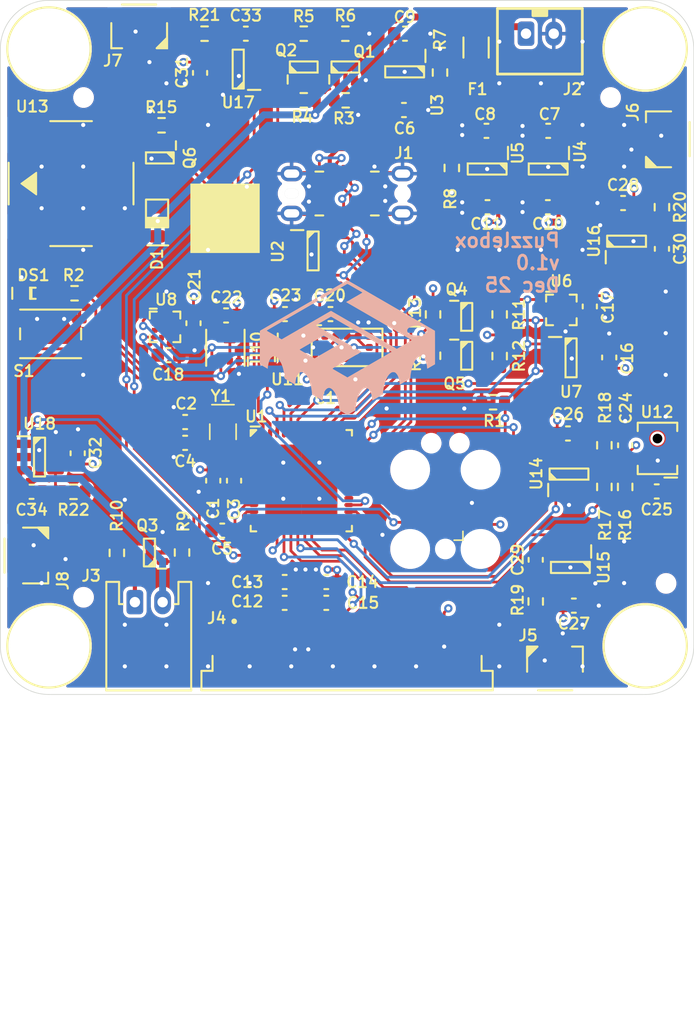
<source format=kicad_pcb>
(kicad_pcb (version 20241229) (generator "pcbnew") (generator_version "9.0")
  (title_block (title "${LAYER_NAME}") (date "2025-12-27") (rev "v1.0") (company "TL Embedded"))
  (layers (0 "F.Cu" signal) (4 "In1.Cu" signal) (6 "In2.Cu" signal) (2 "B.Cu" signal) (13 "F.Paste" user) (15 "B.Paste" user) (5 "F.SilkS" user "F.Silkscreen") (7 "B.SilkS" user "B.Silkscreen") (1 "F.Mask" user) (3 "B.Mask" user) (25 "Edge.Cuts" user))
  (property "LAYER_NAME" "")
  (net 0 "")
  (net 1 "GND")
  (net 2 "+3V0")
  (net 3 "/MCU/OSC32_IN")
  (net 4 "/MCU/OSC32_OUT")
  (net 5 "/MCU/NRST")
  (net 6 "+5V")
  (net 7 "+BATT")
  (net 8 "+3V0_SW")
  (net 9 "Net-(C12-Pad1)")
  (net 10 "Net-(C13-Pad1)")
  (net 11 "Net-(U8-C1)")
  (net 12 "Net-(U14-+)")
  (net 13 "Net-(U12-OUT)")
  (net 14 "Net-(U15-SNSK)")
  (net 15 "Net-(U15-SNS)")
  (net 16 "Net-(U16-SNSK)")
  (net 17 "Net-(U16-SNS)")
  (net 18 "Net-(U17-SNSK)")
  (net 19 "Net-(U17-SNS)")
  (net 20 "Net-(U18-SNS)")
  (net 21 "Net-(U18-SNSK)")
  (net 22 "Net-(Q6-D)")
  (net 23 "Net-(DS1-A)")
  (net 24 "Net-(F1-Pad2)")
  (net 26 "/MCU/USB.DM")
  (net 27 "/MCU/USB.DP")
  (net 28 "/MCU/USB.CC2")
  (net 29 "/MCU/USB.CC1")
  (net 31 "Net-(J3-Pad1)")
  (net 32 "/Display/DISPLAY.SCK")
  (net 34 "/Display/DISPLAY.A0")
  (net 35 "/Display/DISPLAY.CS")
  (net 36 "/Display/DISPLAY.RST")
  (net 37 "/Display/DISPLAY.MOSI")
  (net 39 "Net-(J5-Pad2)")
  (net 41 "Net-(J6-Pad2)")
  (net 43 "Net-(J7-Pad2)")
  (net 45 "Net-(J8-Pad2)")
  (net 48 "/MCU/DEBUG_RX")
  (net 49 "/MCU/SWDIO")
  (net 50 "/MCU/SWCLK")
  (net 51 "/MCU/DEBUG_TX")
  (net 53 "/MCU/DEBUG_DET")
  (net 54 "Net-(Q1-D)")
  (net 55 "/MCU/VBATT_SNS_EN")
  (net 56 "/Display/BACKLIGHT")
  (net 57 "Net-(Q3-D)")
  (net 58 "/MCU/I2C.SCL")
  (net 59 "/Sensors/I2C_SW.SCL")
  (net 60 "/MCU/I2C.SDA")
  (net 61 "/Sensors/I2C_SW.SDA")
  (net 62 "/Audio/BUZZER")
  (net 63 "/MCU/LED")
  (net 64 "/MCU/VBATT_SNS_AIN")
  (net 65 "Net-(U3-PROG)")
  (net 66 "/MCU/SW_PWR_EN")
  (net 67 "/Audio/MIC_REF")
  (net 68 "Net-(U14--)")
  (net 69 "/Audio/MIC")
  (net 70 "/MCU/BUTTON")
  (net 73 "/MCU/KEY1")
  (net 74 "/MCU/KEY2")
  (net 75 "/MCU/LIS2_INT")
  (net 78 "/MCU/VL53_EN")
  (net 79 "/MCU/KEY0")
  (net 82 "/MCU/KEY3")
  (net 110 "Net-(Q2-D)")
  (footprint "N_NonPart:ToolingHole_1mm" (layer "F.Cu") (at 94 57)
    (property "Reference" "N5" (hide yes))
    (property "Value" "ToolingHole" (hide yes))
  )
  (footprint "Y_Oscillator:Crystal_SMD2_3.2x1.5" (layer "F.Cu") (at 66.05 81.075 -90)
    (property "Reference" "Y1")
    (property "Value" "SC32S-7PF20PPM" (hide yes))
  )
  (footprint "C_Capacitor:C_0603" (layer "F.Cu") (at 65.35 84.6 -90)
    (property "Reference" "C1")
    (property "Value" "4u7" (hide yes))
  )
  (footprint "C_Capacitor:C_0603" (layer "F.Cu") (at 92.5 72.05 -90)
    (property "Reference" "C17")
    (property "Value" "100n" (hide yes))
  )
  (footprint "U_IC:SC70-3" (layer "F.Cu") (at 83.625 75.6)
    (property "Reference" "Q5")
    (property "Value" "DMG1012UW-7" (hide yes))
  )
  (footprint "J_Connector:F3311A7H121004E200" (layer "F.Cu") (at 90 98.3)
    (property "Reference" "J5")
    (property "Value" "F3311A7H121004E200" (hide yes))
  )
  (footprint "R_Resistor:R_0603" (layer "F.Cu") (at 63.1 89.775 90)
    (property "Reference" "R9")
    (property "Value" "100K" (hide yes))
  )
  (footprint "U_IC:SOT23_6" (layer "F.Cu") (at 67.15 54.95 180)
    (property "Reference" "U17")
    (property "Value" "AT42QT1010-TSHR" (hide yes))
  )
  (footprint "C_Capacitor:C_0603" (layer "F.Cu") (at 79.175 52.4)
    (property "Reference" "C9")
    (property "Value" "4u7" (hide yes))
  )
  (footprint "U_IC:SC70-3" (layer "F.Cu") (at 71.875 54.8 90)
    (property "Reference" "Q2")
    (property "Value" "DMG1013UW-7" (hide yes))
  )
  (footprint "C_Capacitor:C_0603" (layer "F.Cu") (at 64.4 55.225 -90)
    (property "Reference" "C31")
    (property "Value" "100n" (hide yes))
  )
  (footprint "U_IC:LGA12_05_2x2_ST" (layer "F.Cu") (at 61.875 73.5195)
    (property "Reference" "U8")
    (property "Value" "LIS2MDLTR" (hide yes))
  )
  (footprint "N_NonPart:ToolingHole_1mm" (layer "F.Cu") (at 56 93)
    (property "Reference" "N4" (hide yes))
    (property "Value" "ToolingHole" (hide yes))
  )
  (footprint "U_IC:SOT23_6" (layer "F.Cu") (at 72.55 68.05)
    (property "Reference" "U2")
    (property "Value" "USBLC6-4SC6" (hide yes))
  )
  (footprint "M_Mechanical:Mount_M3" (layer "F.Cu") (at 96.5 53.5)
    (property "Reference" "M2" (hide yes))
    (property "Value" "Mount_M3" (hide yes))
  )
  (footprint "R_Resistor:R_0603" (layer "F.Cu") (at 74.875 52.4 180)
    (property "Reference" "R6")
    (property "Value" "10K" (hide yes))
  )
  (footprint "U_IC:SOT23_5" (layer "F.Cu") (at 91.15 75.75)
    (property "Reference" "U7")
    (property "Value" "24FC512T-I/OT" (hide yes))
  )
  (footprint "U_IC:SC70-3" (layer "F.Cu") (at 83.625 72.8)
    (property "Reference" "Q4")
    (property "Value" "DMG1012UW-7" (hide yes))
  )
  (footprint "C_Capacitor:C_0603" (layer "F.Cu") (at 97.325 85.375 180)
    (property "Reference" "C25")
    (property "Value" "100n" (hide yes))
  )
  (footprint "C_Capacitor:C_0603" (layer "F.Cu") (at 52.25 85.4 180)
    (property "Reference" "C34")
    (property "Value" "22n" (hide yes))
  )
  (footprint "U_IC:SOT23_5" (layer "F.Cu") (at 91 84.125 90)
    (property "Reference" "U14")
    (property "Value" "TLV9041IDBVR" (hide yes))
  )
  (footprint "R_Resistor:R_0603" (layer "F.Cu") (at 55.275 85.4)
    (property "Reference" "R22")
    (property "Value" "0R" (hide yes))
  )
  (footprint "R_Resistor:R_0603" (layer "F.Cu") (at 88.6 93.3 -90)
    (property "Reference" "R19")
    (property "Value" "0R" (hide yes))
  )
  (footprint "D_Diode:D_SOD_123" (layer "F.Cu") (at 61.3 65.35 90)
    (property "Reference" "D1")
    (property "Value" "1N4007FL" (hide yes))
  )
  (footprint "C_Capacitor:C_0603" (layer "F.Cu") (at 85.125 64.9 180)
    (property "Reference" "C11")
    (property "Value" "4u7" (hide yes))
  )
  (footprint "F_Fuse:F_1206" (layer "F.Cu") (at 84.3 53.4 90)
    (property "Reference" "F1")
    (property "Value" "0685T1000-01" (hide yes))
  )
  (footprint "R_Resistor:R_0603" (layer "F.Cu") (at 71.875 52.4 180)
    (property "Reference" "R5")
    (property "Value" "10K" (hide yes))
  )
  (footprint "C_Capacitor:C_0603" (layer "F.Cu") (at 66.85 84.6 -90)
    (property "Reference" "C3")
    (property "Value" "100n" (hide yes))
  )
  (footprint "R_Resistor:R_0603" (layer "F.Cu") (at 55.35 71.1 180)
    (property "Reference" "R2")
    (property "Value" "470R" (hide yes))
  )
  (footprint "N_NonPart:QR_5mm_JLC" (layer "F.Cu") (at 66.2 65.7)
    (property "Reference" "N1" (hide yes))
    (property "Value" "QR 5mm" (hide yes))
  )
  (footprint "J_Connector:JST_B2B-PH-K" (layer "F.Cu") (at 88.9 52.4)
    (property "Reference" "J2")
    (property "Value" "B2B-PH-K-S" (hide yes))
  )
  (footprint "U_Module:ICS-40212" (layer "F.Cu") (at 97.38 82.275 180)
    (property "Reference" "U12")
    (property "Value" "ICS-40212" (hide yes))
  )
  (footprint "C_Capacitor:C_0603" (layer "F.Cu") (at 66.275 72.697 180)
    (property "Reference" "C22")
    (property "Value" "100n" (hide yes))
  )
  (footprint "R_Resistor:R_0603" (layer "F.Cu") (at 58.4 89.8 90)
    (property "Reference" "R10")
    (property "Value" "22R" (hide yes))
  )
  (footprint "J_Connector:JST-S2B-PH-K-S" (layer "F.Cu") (at 60.7 93.35)
    (property "Reference" "J3")
    (property "Value" "S2B-PH-K-S" (hide yes))
  )
  (footprint "lib:SFV31R-4STE1HLF" (layer "F.Cu") (at 75 97.6)
    (property "Reference" "J4")
    (property "Value" "SFV31R-4STE1HLF" (hide yes))
  )
  (footprint "R_Resistor:R_0603" (layer "F.Cu") (at 93.55 82.05 90)
    (property "Reference" "R18")
    (property "Value" "100K" (hide yes))
  )
  (footprint "U_IC:SOT23_6" (layer "F.Cu") (at 52.825 82.9)
    (property "Reference" "U18")
    (property "Value" "AT42QT1010-TSHR" (hide yes))
  )
  (footprint "C_Capacitor:C_0603" (layer "F.Cu") (at 79.1 57.9)
    (property "Reference" "C6")
    (property "Value" "4u7" (hide yes))
  )
  (footprint "R_Resistor:R_0603" (layer "F.Cu") (at 93.55 85.05 90)
    (property "Reference" "R17")
    (property "Value" "10K" (hide yes))
  )
  (footprint "U_IC:SC70-3" (layer "F.Cu") (at 61.5 61.35 -90)
    (property "Reference" "Q6")
    (property "Value" "DMG1012UW-7" (hide yes))
  )
  (footprint "C_Capacitor:C_0603" (layer "F.Cu") (at 70.525 72.6)
    (property "Reference" "C23")
    (property "Value" "100n" (hide yes))
  )
  (footprint "C_Capacitor:C_0603" (layer "F.Cu") (at 85.05 59.4 180)
    (property "Reference" "C8")
    (property "Value" "4u7" (hide yes))
  )
  (footprint "R_Resistor:R_0603" (layer "F.Cu") (at 81.2 75.6 -90)
    (property "Reference" "R14")
    (property "Value" "10K" (hide yes))
  )
  (footprint "R_Resistor:R_0603" (layer "F.Cu") (at 64.725 52.4 180)
    (property "Reference" "R21")
    (property "Value" "0R" (hide yes))
  )
  (footprint "C_Capacitor:C_0603" (layer "F.Cu") (at 66 88.2 180)
    (property "Reference" "C5")
    (property "Value" "100n" (hide yes))
  )
  (footprint "R_Resistor:R_0603" (layer "F.Cu") (at 82.55 62.075 90)
    (property "Reference" "R8")
    (property "Value" "100K" (hide yes))
  )
  (footprint "J_Connector:F3311A7H121004E200" (layer "F.Cu") (at 51.7 90 -90)
    (property "Reference" "J8")
    (property "Value" "F3311A7H121004E200" (hide yes))
  )
  (footprint "R_Resistor:R_0603" (layer "F.Cu") (at 81.7 55.2 90)
    (property "Reference" "R7")
    (property "Value" "2K" (hide yes))
  )
  (footprint "C_Capacitor:C_0603" (layer "F.Cu") (at 89.475 64.9 180)
    (property "Reference" "C10")
    (property "Value" "4u7" (hide yes))
  )
  (footprint "N_NonPart:Fiducial_2mm" (layer "F.Cu") (at 53.8 78.1)
    (property "Reference" "FID3" (hide yes))
    (property "Value" "Fiducial" (hide yes))
  )
  (footprint "U_IC:LGA12_05_2x2_ST" (layer "F.Cu") (at 90.45 72.3)
    (property "Reference" "U6")
    (property "Value" "LIS2DTW12TR" (hide yes))
  )
  (footprint "U_IC:SOT23_5" (layer "F.Cu") (at 89.5 62.15 -90)
    (property "Reference" "U4")
    (property "Value" "MCP1711T-30I/OT" (hide yes))
  )
  (footprint "C_Capacitor:C_0603" (layer "F.Cu") (at 93.9 75.725 90)
    (property "Reference" "C16")
    (property "Value" "100n" (hide yes))
  )
  (footprint "M_Mechanical:Mount_M3" (layer "F.Cu") (at 53.5 53.5)
    (property "Reference" "M1" (hide yes))
    (property "Value" "Mount_M3" (hide yes))
  )
  (footprint "C_Capacitor:C_0603" (layer "F.Cu") (at 88.6 90.3 90)
    (property "Reference" "C29")
    (property "Value" "22n" (hide yes))
  )
  (footprint "C_Capacitor:C_0603" (layer "F.Cu") (at 63.325 81.875 180)
    (property "Reference" "C4")
    (property "Value" "8p" (hide yes))
  )
  (footprint "U_Module:LGA8_025_2.5x1_Bosch" (layer "F.Cu") (at 66.225 75.027 -90)
    (property "Reference" "U10")
    (property "Value" "BME280" (hide yes))
  )
  (footprint "N_NonPart:TagConnect_TC2050" (layer "F.Cu") (at 82.134 85.66 90)
    (property "Reference" "N2" (hide yes))
    (property "Value" "TC2050_SWD_UART" (hide yes))
  )
  (footprint "C_Capacitor:C_0603" (layer "F.Cu") (at 73.5 91.9 180)
    (property "Reference" "C14")
    (property "Value" "4u7" (hide yes))
  )
  (footprint "J_Connector:F3311A7H121004E200" (layer "F.Cu") (at 60 51.7 180)
    (property "Reference" "J7")
    (property "Value" "F3311A7H121004E200" (hide yes))
  )
  (footprint "C_Capacitor:C_0603" (layer "F.Cu") (at 97.7 67.9 -90)
    (property "Reference" "C30")
    (property "Value" "22n" (hide yes))
  )
  (footprint "U_Module:ST_VL53Lxx" (layer "F.Cu") (at 75 75)
    (property "Reference" "U9")
    (property "Value" "VL53L4CXV0DH/1" (hide yes))
  )
  (footprint "N_NonPart:ToolingHole_1mm" (layer "F.Cu") (at 56 57)
    (property "Reference" "N3" (hide yes))
    (property "Value" "ToolingHole" (hide yes))
  )
  (footprint "S_Switch:Button_4.2x3.2" (layer "F.Cu") (at 53.625 74.025 180)
    (property "Reference" "S1")
    (property "Value" "TL3365AF180QG" (hide yes))
  )
  (footprint "R_Resistor:R_0603" (layer "F.Cu") (at 85.525 78.95 180)
    (property "Reference" "R1")
    (property "Value" "10K" (hide yes))
  )
  (footprint "R_Resistor:R_0603" (layer "F.Cu") (at 86 72.625 90)
    (property "Reference" "R11")
    (property "Value" "10K" (hide yes))
  )
  (footprint "C_Capacitor:C_0603" (layer "F.Cu") (at 70.5 93.4)
    (property "Reference" "C12")
    (property "Value" "1u,25v" (hide yes))
  )
  (footprint "N_NonPart:Fiducial_2mm" (layer "F.Cu") (at 97.85 89.8)
    (property "Reference" "FID1" (hide yes))
    (property "Value" "Fiducial" (hide yes))
  )
  (footprint "C_Capacitor:C_0603" (layer "F.Cu") (at 62.125 75.557)
    (property "Reference" "C18")
    (property "Value" "220n" (hide yes))
  )
  (footprint "C_Capacitor:C_0603" (layer "F.Cu") (at 94.9 64.6 180)
    (property "Reference" "C28")
    (property "Value" "100n" (hide yes))
  )
  (footprint "N_NonPart:ToolingHole_1mm" (layer "F.Cu") (at 98 92)
    (property "Reference" "N6" (hide yes))
    (property "Value" "ToolingHole" (hide yes))
  )
  (footprint "U_IC:SOT23_6" (layer "F.Cu") (at 91.1 90.85 -90)
    (property "Reference" "U15")
    (property "Value" "AT42QT1010-TSHR" (hide yes))
  )
  (footprint "C_Capacitor:C_0603" (layer "F.Cu") (at 95.05 82.05 90)
    (property "Reference" "C24")
    (property "Value" "100n" (hide yes))
  )
  (footprint "C_Capacitor:C_0603" (layer "F.Cu") (at 63.325 80.375 180)
    (property "Reference" "C2")
    (property "Value" "8p" (hide yes))
  )
  (footprint "R_Resistor:R_0603" (layer "F.Cu") (at 95.05 85.05 -90)
    (property "Reference" "R16")
    (property "Value" "100K" (hide yes))
  )
  (footprint "U_IC:QFN48_05_7x7_EP" (layer "F.Cu") (at 71.7 84.6)
    (property "Reference" "U1")
    (property "Value" "STM32G0B1CBU6" (hide yes))
  )
  (footprint "U_IC:SC70-3" (layer "F.Cu") (at 60.75 89.775 180)
    (property "Reference" "Q3")
    (property "Value" "DMG1012UW-7" (hide yes))
  )
  (footprint "J_Connector:F3311A7H121004E200" (layer "F.Cu") (at 98.3 60 90)
    (property "Reference" "J6")
    (property "Value" "F3311A7H121004E200" (hide yes))
  )
  (footprint "C_Capacitor:C_0603" (layer "F.Cu") (at 55.575 82.625 90)
    (property "Reference" "C32")
    (property "Value" "100n" (hide yes))
  )
  (footprint "U_IC:Vishay_80216OPLGA4L" (layer "F.Cu") (at 70.7 75 90)
    (property "Reference" "U11")
    (property "Value" "VEML3328" (hide yes))
  )
  (footprint "N_NonPart:Fiducial_2mm" (layer "F.Cu") (at 58.2 56.4)
    (property "Reference" "FID2" (hide yes))
    (property "Value" "Fiducial" (hide yes))
  )
  (footprint "J_Connector:USB_C_USB4145-03-0170-C" (layer "F.Cu") (at 75 63.915 180)
    (property "Reference" "J1")
    (property "Value" "USB4145-03-0170-C" (hide yes))
    (fp_line (start 4.15 0.355) (end 3.85 0.355) (stroke (width 0.01)) (layer "Edge.Cuts"))
    (fp_line (start 3.85 -0.355) (end 4.15 -0.355) (stroke (width 0.01)) (layer "Edge.Cuts"))
    (fp_arc (start 4.505 0) (mid 4.401023 0.251023) (end 4.15 0.355) (stroke (width 0.01)) (layer "Edge.Cuts"))
    (fp_arc (start 4.15 -0.355) (mid 4.401023 -0.251023) (end 4.505 0) (stroke (width 0.01)) (layer "Edge.Cuts"))
    (fp_arc (start 3.85 0.355) (mid 3.598977 0.251023) (end 3.495 0) (stroke (width 0.01)) (layer "Edge.Cuts"))
    (fp_arc (start 3.495 0) (mid 3.598977 -0.251023) (end 3.85 -0.355) (stroke (width 0.01)) (layer "Edge.Cuts"))
  )
  (footprint "C_Capacitor:C_0603" (layer "F.Cu") (at 63.925 73.257 -90)
    (property "Reference" "C21")
    (property "Value" "100n" (hide yes))
  )
  (footprint "C_Capacitor:C_0603" (layer "F.Cu") (at 91.35 93.6)
    (property "Reference" "C27")
    (property "Value" "100n" (hide yes))
  )
  (footprint "U_IC:SOT23_6" (layer "F.Cu") (at 95.15 67.35 90)
    (property "Reference" "U16")
    (property "Value" "AT42QT1010-TSHR" (hide yes))
  )
  (footprint "R_Resistor:R_0603" (layer "F.Cu") (at 74.9 57.2 180)
    (property "Reference" "R3")
    (property "Value" "100K" (hide yes))
  )
  (footprint "U_Transducer:SMT_0827_S_HT_R" (layer "F.Cu") (at 55.1 63.2 180)
    (property "Reference" "U13")
    (property "Value" "SMT-0827-S-HT-R" (hide yes))
  )
  (footprint "C_Capacitor:C_0603" (layer "F.Cu") (at 70.5 91.9)
    (property "Reference" "C13")
    (property "Value" "1u,25v" (hide yes))
  )
  (footprint "U_IC:SC70-3" (layer "F.Cu") (at 74.875 54.8 90)
    (property "Reference" "Q1")
    (property "Value" "DMG1012UW-7" (hide yes))
  )
  (footprint "R_Resistor:R_0603" (layer "F.Cu") (at 61.625 59 180)
    (property "Reference" "R15")
    (property "Value" "100K" (hide yes))
  )
  (footprint "U_IC:SOT23_5" (layer "F.Cu") (at 79.15 55.15 -90)
    (property "Reference" "U3")
    (property "Value" "MCP73832T-2ACI/OT" (hide yes))
  )
  (footprint "DS_LED:DS_0603" (layer "F.Cu") (at 52.345 71.1)
    (property "Reference" "DS1")
    (property "Value" "150060YS55040" (hide yes))
  )
  (footprint "C_Capacitor:C_0603" (layer "F.Cu") (at 73.8 72.6)
    (property "Reference" "C20")
    (property "Value" "4u7" (hide yes))
  )
  (footprint "M_Mechanical:Mount_M3" (layer "F.Cu") (at 96.5 96.5)
    (property "Reference" "M4" (hide yes))
    (property "Value" "Mount_M3" (hide yes))
  )
  (footprint "C_Capacitor:C_0603" (layer "F.Cu") (at 89.5 59.4 180)
    (property "Reference" "C7")
    (property "Value" "4u7" (hide yes))
  )
  (footprint "R_Resistor:R_0603" (layer "F.Cu") (at 86 75.625 -90)
    (property "Reference" "R12")
    (property "Value" "10K" (hide yes))
  )
  (footprint "R_Resistor:R_0603" (layer "F.Cu") (at 71.875 57.2)
    (property "Reference" "R4")
    (property "Value" "100K" (hide yes))
  )
  (footprint "C_Capacitor:C_0603" (layer "F.Cu") (at 73.75 77.3)
    (property "Reference" "C19")
    (property "Value" "100n" (hide yes))
  )
  (footprint "C_Capacitor:C_0603" (layer "F.Cu") (at 90.925 81.2)
    (property "Reference" "C26")
    (property "Value" "100n" (hide yes))
  )
  (footprint "R_Resistor:R_0603" (layer "F.Cu") (at 97.7 64.9 90)
    (property "Reference" "R20")
    (property "Value" "0R" (hide yes))
  )
  (footprint "C_Capacitor:C_0603" (layer "F.Cu") (at 67.7 52.4)
    (property "Reference" "C33")
    (property "Value" "22n" (hide yes))
  )
  (footprint "C_Capacitor:C_0603" (layer "F.Cu") (at 73.5 93.4 180)
    (property "Reference" "C15")
    (property "Value" "100n" (hide yes))
  )
  (footprint "U_IC:SOT23_5" (layer "F.Cu") (at 85.1 62.15 -90)
    (property "Reference" "U5")
    (property "Value" "MCP1711T-30I/OT" (hide yes))
  )
  (footprint "R_Resistor:R_0603" (layer "F.Cu") (at 81.2 72.625 -90)
    (property "Reference" "R13")
    (property "Value" "10K" (hide yes))
  )
  (footprint "M_Mechanical:Mount_M3" (layer "F.Cu") (at 53.5 96.5)
    (property "Reference" "M3" (hide yes))
    (property "Value" "Mount_M3" (hide yes))
  )
  (footprint "N_NonPart:TL_Embedded_10mm" (layer "B.Cu") (at 75 75 180)
    (property "Reference" "~" (hide yes))
    (property "Value" "TL_Embedded" (hide yes))
  )
  (gr_line (start 53.5 50) (end 96.5 50) (stroke (width 0.05)) (layer "Edge.Cuts"))
  (gr_line (start 96.5 100) (end 53.5 100) (stroke (width 0.05)) (layer "Edge.Cuts"))
  (gr_line (start 50 96.5) (end 50 53.5) (stroke (width 0.05)) (layer "Edge.Cuts"))
  (gr_line (start 100 53.5) (end 100 96.5) (stroke (width 0.05)) (layer "Edge.Cuts"))
  (gr_arc (start 53.5 100) (mid 51.025126 98.974874) (end 50 96.5) (stroke (width 0.05)) (layer "Edge.Cuts"))
  (gr_arc (start 96.5 50) (mid 98.974874 51.025126) (end 100 53.5) (stroke (width 0.05)) (layer "Edge.Cuts"))
  (gr_arc (start 100 96.5) (mid 98.974874 98.974874) (end 96.5 100) (stroke (width 0.05)) (layer "Edge.Cuts"))
  (gr_arc (start 50 53.5) (mid 51.025126 51.025126) (end 53.5 50) (stroke (width 0.05)) (layer "Edge.Cuts"))
  (gr_text "Puzzlebox\nv1.0\nDec 25" (at 90.45 71.1 0) (layer "B.SilkS") (effects (font (size 1 1) (thickness 0.2) (bold yes)) (justify left bottom mirror)))
  (segment (start 97.067 82.817) (end 97.4 83.15) (width 0.2) (layer "F.Cu") (net 1))
  (segment (start 71 95.2) (end 71 93.775) (width 0.3) (layer "F.Cu") (net 1))
  (segment (start 66.55 74.057) (end 66.55 73.812) (width 0.2) (layer "F.Cu") (net 1))
  (segment (start 72.180761 68.05) (end 72.43577 68.305009) (width 0.3) (layer "F.Cu") (net 1))
  (segment (start 92.275 73.05) (end 92.5 72.825) (width 0.2) (layer "F.Cu") (net 1))
  (segment (start 96.5425 82.817) (end 97.067 82.817) (width 0.2) (layer "F.Cu") (net 1))
  (segment (start 74.2 74.449999) (end 74.2 74.2) (width 0.2) (layer "F.Cu") (net 1))
  (segment (start 72.55 75) (end 73.649999 75) (width 0.2) (layer "F.Cu") (net 1))
  (segment (start 71.275 91.9) (end 71.275 93.4) (width 0.3) (layer "F.Cu") (net 1))
  (segment (start 76.350001 75) (end 75.8 74.449999) (width 0.2) (layer "F.Cu") (net 1))
  (segment (start 71.5 93.625) (end 71.275 93.4) (width 0.3) (layer "F.Cu") (net 1))
  (segment (start 82.5 95.2) (end 82.5 96.05) (width 0.2) (layer "F.Cu") (net 1))
  (segment (start 85.1 61) (end 85.1 60.225) (width 0.2) (layer "F.Cu") (net 1))
  (segment (start 66.249 73.511) (end 65.5 73.511) (width 0.2) (layer "F.Cu") (net 1))
  (segment (start 90.75 73.85) (end 90.75 73.1125) (width 0.2) (layer "F.Cu") (net 1))
  (segment (start 65.25 73.761) (end 65.5 73.511) (width 0.2) (layer "F.Cu") (net 1))
  (segment (start 63.6625 73.7695) (end 63.925 74.032) (width 0.2) (layer "F.Cu") (net 1))
  (segment (start 85.1 60.225) (end 84.275 59.4) (width 0.2) (layer "F.Cu") (net 1))
  (segment (start 62.6375 73.7695) (end 63.6625 73.7695) (width 0.2) (layer "F.Cu") (net 1))
  (segment (start 75.8 74.449999) (end 75.8 74.2) (width 0.2) (layer "F.Cu") (net 1))
  (segment (start 79.95 52.4) (end 81 52.4) (width 0.2) (layer "F.Cu") (net 1))
  (segment (start 72 95.2) (end 72 93.4) (width 0.3) (layer "F.Cu") (net 1))
  (segment (start 71.5 95.2) (end 71.5 93.725) (width 0.3) (layer "F.Cu") (net 1))
  (segment (start 74.2 74.2) (end 75.8 74.2) (width 0.2) (layer "F.Cu") (net 1))
  (segment (start 91 86.35) (end 91 85.275) (width 0.2) (layer "F.Cu") (net 1))
  (segment (start 65.5 72.697) (end 65.5 71.607) (width 0.2) (layer "F.Cu") (net 1))
  (segment (start 92.225 72.55) (end 92.5 72.825) (width 0.2) (layer "F.Cu") (net 1))
  (segment (start 89.5 61) (end 89.5 60.175) (width 0.2) (layer "F.Cu") (net 1))
  (segment (start 82.5 96.05) (end 82 96.55) (width 0.2) (layer "F.Cu") (net 1))
  (segment (start 72.5 95.2) (end 72.5 93.725) (width 0.3) (layer "F.Cu") (net 1))
  (segment (start 77.75 62.43) (end 77.75 65.4) (width 0.3) (layer "F.Cu") (net 1))
  (segment (start 66.85 85.375) (end 64.325 85.375) (width 0.2) (layer "F.Cu") (net 1))
  (segment (start 71.275 91.9) (end 72.725 91.9) (width 0.3) (layer "F.Cu") (net 1))
  (segment (start 66.55 73.812) (end 66.249 73.511) (width 0.2) (layer "F.Cu") (net 1))
  (segment (start 91.2125 73.05) (end 91.2125 72.55) (width 0.2) (layer "F.Cu") (net 1))
  (segment (start 81.5 95.2) (end 81.5 96.05) (width 0.2) (layer "F.Cu") (net 1))
  (segment (start 62.125 74.782) (end 62.9 75.557) (width 0.2) (layer "F.Cu") (net 1))
  (segment (start 76.6 75) (end 76.350001 75) (width 0.2) (layer "F.Cu") (net 1))
  (segment (start 83.209 86.2) (end 82.719 85.71) (width 0.2) (layer "F.Cu") (net 1))
  (segment (start 68.275 84.85) (end 67.375 84.85) (width 0.2) (layer "F.Cu") (net 1))
  (segment (start 72.725 91.9) (end 72.725 93.4) (width 0.3) (layer "F.Cu") (net 1))
  (segment (start 91.2125 72.55) (end 92.225 72.55) (width 0.2) (layer "F.Cu") (net 1))
  (segment (start 64.325 85.375) (end 64.3 85.4) (width 0.2) (layer "F.Cu") (net 1))
  (segment (start 91.2125 73.05) (end 92.275 73.05) (width 0.2) (layer "F.Cu") (net 1))
  (segment (start 72.25 65.4) (end 72.25 62.43) (width 0.3) (layer "F.Cu") (net 1))
  (segment (start 65.225 88.2) (end 65.225 87.225) (width 0.2) (layer "F.Cu") (net 1))
  (segment (start 89.5 60.175) (end 88.725 59.4) (width 0.2) (layer "F.Cu") (net 1))
  (segment (start 65.225 87.225) (end 65.3 87.15) (width 0.2) (layer "F.Cu") (net 1))
  (segment (start 68.275 84.85) (end 69.35 84.85) (width 0.2) (layer "F.Cu") (net 1))
  (segment (start 79.15 54) (end 79.15 53.2) (width 0.2) (layer "F.Cu") (net 1))
  (segment (start 97.733 82.817) (end 97.4 83.15) (width 0.2) (layer "F.Cu") (net 1))
  (segment (start 90.75 73.1125) (end 90.7 73.0625) (width 0.2) (layer "F.Cu") (net 1))
  (segment (start 71.275 93.4) (end 72 93.4) (width 0.3) (layer "F.Cu") (net 1))
  (segment (start 72 93.4) (end 72.725 93.4) (width 0.3) (layer "F.Cu") (net 1))
  (segment (start 81.5 96.05) (end 82 96.55) (width 0.2) (layer "F.Cu") (net 1))
  (segment (start 65.5 73.511) (end 65.5 72.697) (width 0.2) (layer "F.Cu") (net 1))
  (segment (start 65.25 74.057) (end 65.25 73.761) (width 0.2) (layer "F.Cu") (net 1))
  (segment (start 62.125 74.282) (end 62.125 74.782) (width 0.2) (layer "F.Cu") (net 1))
  (segment (start 79.15 53.2) (end 79.95 52.4) (width 0.2) (layer "F.Cu") (net 1))
  (segment (start 73.649999 75) (end 74.2 74.449999) (width 0.2) (layer "F.Cu") (net 1))
  (segment (start 71 93.675) (end 71.275 93.4) (width 0.3) (layer "F.Cu") (net 1))
  (segment (start 71.4 68.05) (end 72.180761 68.05) (width 0.3) (layer "F.Cu") (net 1))
  (segment (start 84 86.2) (end 83.209 86.2) (width 0.2) (layer "F.Cu") (net 1))
  (segment (start 91.1 90.85) (end 91.1 89.7) (width 0.2) (layer "F.Cu") (net 1))
  (segment (start 98.2175 82.817) (end 97.733 82.817) (width 0.2) (layer "F.Cu") (net 1))
  (segment (start 67.375 84.85) (end 66.85 85.375) (width 0.2) (layer "F.Cu") (net 1))
  (segment (start 90.7 73.0625) (end 91.2 73.0625) (width 0.2) (layer "F.Cu") (net 1))
  (segment (start 91.2 73.0625) (end 91.2125 73.05) (width 0.2) (layer "F.Cu") (net 1))
  (via (at 60.8 58) (size 0.6) (drill 0.3) (layers "F.Cu" "B.Cu") (net 1))
  (via (at 91.975 55.975) (size 0.6) (drill 0.3) (layers "F.Cu" "B.Cu") (net 1))
  (via (at 70.4 85.9) (size 0.6) (drill 0.3) (layers "F.Cu" "B.Cu") (net 1))
  (via (at 77.75 64.45) (size 0.6) (drill 0.3) (layers "F.Cu" "B.Cu") (net 1))
  (via (at 90.55 95.6) (size 0.6) (drill 0.3) (layers "F.Cu" "B.Cu") (net 1))
  (via (at 93.6 72.85) (size 0.6) (drill 0.3) (layers "F.Cu" "B.Cu") (net 1))
  (via (at 65.5 71.607) (size 0.6) (drill 0.3) (layers "F.Cu" "B.Cu") (net 1))
  (via (at 77.55 88.5) (size 0.6) (drill 0.3) (layers "F.Cu" "B.Cu") (net 1))
  (via (at 91.2 75.8) (size 0.6) (drill 0.3) (layers "F.Cu" "B.Cu") (net 1))
  (via (at 97.975 79.975) (size 0.6) (drill 0.3) (layers "F.Cu" "B.Cu") (net 1))
  (via (at 72 91) (size 0.6) (drill 0.3) (layers "F.Cu" "B.Cu") (net 1))
  (via (at 91.975 94.975) (size 0.6) (drill 0.3) (layers "F.Cu" "B.Cu") (net 1))
  (via (at 60.9 61.4) (size 0.6) (drill 0.3) (layers "F.Cu" "B.Cu") (net 1))
  (via (at 64.975 97.975) (size 0.6) (drill 0.3) (layers "F.Cu" "B.Cu") (net 1))
  (via (at 64 75.207) (size 0.6) (drill 0.3) (layers "F.Cu" "B.Cu") (net 1))
  (via (at 93.25 66.2) (size 0.6) (drill 0.3) (layers "F.Cu" "B.Cu") (net 1))
  (via (at 72.43577 68.305009) (size 0.6) (drill 0.3) (layers "F.Cu" "B.Cu") (net 1))
  (via (at 54.7 90.25) (size 0.6) (drill 0.3) (layers "F.Cu" "B.Cu") (net 1))
  (via (at 88.975 67.975) (size 0.6) (drill 0.3) (layers "F.Cu" "B.Cu") (net 1))
  (via (at 66.85 86.3) (size 0.6) (drill 0.3) (layers "F.Cu" "B.Cu") (net 1))
  (via (at 93.15 93.6) (size 0.6) (drill 0.3) (layers "F.Cu" "B.Cu") (net 1))
  (via (at 52.975 91.975) (size 0.6) (drill 0.3) (layers "F.Cu" "B.Cu") (net 1))
  (via (at 97.4 83.15) (size 0.6) (drill 0.3) (layers "F.Cu" "B.Cu") (net 1))
  (via (at 51.525 69.95) (size 0.6) (drill 0.3) (layers "F.Cu" "B.Cu") (net 1))
  (via (at 91.975 97.975) (size 0.6) (drill 0.3) (layers "F.Cu" "B.Cu") (net 1))
  (via (at 75.6 77.3) (size 0.6) (drill 0.3) (layers "F.Cu" "B.Cu") (net 1))
  (via (at 83.3 64.55) (size 0.6) (drill 0.3) (layers "F.Cu" "B.Cu") (net 1))
  (via (at 90.75 73.85) (size 0.6) (drill 0.3) (layers "F.Cu" "B.Cu") (net 1))
  (via (at 77.85 79.4) (size 0.6) (drill 0.3) (layers "F.Cu" "B.Cu") (net 1))
  (via (at 66.05 56.8) (size 0.6) (drill 0.3) (layers "F.Cu" "B.Cu") (net 1))
  (via (at 55.6 80.9) (size 0.6) (drill 0.3) (layers "F.Cu" "B.Cu") (net 1))
  (via (at 79.15 55.15) (size 0.6) (drill 0.3) (layers "F.Cu" "B.Cu") (net 1))
  (via (at 65.35 86.4) (size 0.6) (drill 0.3) (layers "F.Cu" "B.Cu") (net 1))
  (via (at 93.05 64.6) (size 0.6) (drill 0.3) (layers "F.Cu" "B.Cu") (net 1))
  (via (at 52.975 64.975) (size 0.6) (drill 0.3) (layers "F.Cu" "B.Cu") (net 1))
  (via (at 91 86.35) (size 0.6) (drill 0.3) (layers "F.Cu" "B.Cu") (net 1))
  (via (at 75.8 73.2) (size 0.6) (drill 0.3) (layers "F.Cu" "B.Cu") (net 1))
  (via (at 85.1 62.15) (size 0.6) (drill 0.3) (layers "F.Cu" "B.Cu") (net 1))
  (via (at 55.975 67.975) (size 0.6) (drill 0.3) (layers "F.Cu" "B.Cu") (net 1))
  (via (at 73 83.3) (size 0.6) (drill 0.3) (layers "F.Cu" "B.Cu") (net 1))
  (via (at 73 85.9) (size 0.6) (drill 0.3) (layers "F.Cu" "B.Cu") (net 1))
  (via (at 61.7 88.3) (size 0.6) (drill 0.3) (layers "F.Cu" "B.Cu") (net 1))
  (via (at 64.975 91.975) (size 0.6) (drill 0.3) (layers "F.Cu" "B.Cu") (net 1))
  (via (at 94.975 91.975) (size 0.6) (drill 0.3) (layers "F.Cu" "B.Cu") (net 1))
  (via (at 91.975 52.975) (size 0.6) (drill 0.3) (layers "F.Cu" "B.Cu") (net 1))
  (via (at 63.3 56) (size 0.6) (drill 0.3) (layers "F.Cu" "B.Cu") (net 1))
  (via (at 72.25 64.5) (size 0.6) (drill 0.3) (layers "F.Cu" "B.Cu") (net 1))
  (via (at 76.975 61.975) (size 0.6) (drill 0.3) (layers "F.Cu" "B.Cu") (net 1))
  (via (at 52.975 61.975) (size 0.6) (drill 0.3) (layers "F.Cu" "B.Cu") (net 1))
  (via (at 97.975 73.975) (size 0.6) (drill 0.3) (layers "F.Cu" "B.Cu") (net 1))
  (via (at 85.975 94.975) (size 0.6) (drill 0.3) (layers "F.Cu" "B.Cu") (net 1))
  (via (at 93.9 74) (size 0.6) (drill 0.3) (layers "F.Cu" "B.Cu") (net 1))
  (via (at 85.975 97.975) (size 0.6) (drill 0.3) (layers "F.Cu" "B.Cu") (net 1))
  (via (at 82 96.55) (size 0.6) (drill 0.3) (layers "F.Cu" "B.Cu") (net 1))
  (via (at 52.4 89.25) (size 0.6) (drill 0.3) (layers "F.Cu" "B.Cu") (net 1))
  (via (at 67.2 76.907) (size 0.6) (drill 0.3) (layers "F.Cu" "B.Cu") (net 1))
  (via (at 65.3 87.15) (size 0.6) (drill 0.3) (layers "F.Cu" "B.Cu") (net 1))
  (via (at 85.975 67.975) (size 0.6) (drill 0.3) (layers "F.Cu" "B.Cu") (net 1))
  (via (at 82.975 70.975) (size 0.6) (drill 0.3) (layers "F.Cu" "B.Cu") (net 1))
  (via (at 82.55 63.85) (size 0.6) (drill 0.3) (layers "F.Cu" "B.Cu") (net 1))
  (via (at 61.975 70.975) (size 0.6) (drill 0.3) (layers "F.Cu" "B.Cu") (net 1))
  (via (at 63.1 88) (size 0.6) (drill 0.3) (layers "F.Cu" "B.Cu") (net 1))
  (via (at 67.975 91.975) (size 0.6) (drill 0.3) (layers "F.Cu" "B.Cu") (net 1))
  (via (at 62.5 79.3) (size 0.6) (drill 0.3) (layers "F.Cu" "B.Cu") (net 1))
  (via (at 94.975 58.975) (size 0.6) (drill 0.3) (layers "F.Cu" "B.Cu") (net 1))
  (via (at 76.6 52.4) (size 0.6) (drill 0.3) (layers "F.Cu" "B.Cu") (net 1))
  (via (at 59.75 52.25) (size 0.6) (drill 0.3) (layers "F.Cu" "B.Cu") (net 1))
  (via (at 55.975 64.975) (size 0.6) (drill 0.3) (layers "F.Cu" "B.Cu") (net 1))
  (via (at 76.35 55.75) (size 0.6) (drill 0.3) (layers "F.Cu" "B.Cu") (net 1))
  (via (at 72.75 91) (size 0.6) (drill 0.3) (layers "F.Cu" "B.Cu") (net 1))
  (via (at 70.4 83.3) (size 0.6) (drill 0.3) (layers "F.Cu" "B.Cu") (net 1))
  (via (at 91.75 80.25) (size 0.6) (drill 0.3) (layers "F.Cu" "B.Cu") (net 1))
  (via (at 58.975 85.975) (size 0.6) (drill 0.3) (layers "F.Cu" "B.Cu") (net 1))
  (via (at 54 81.1) (size 0.6) (drill 0.3) (layers "F.Cu" "B.Cu") (net 1))
  (via (at 73.975 97.975) (size 0.6) (drill 0.3) (layers "F.Cu" "B.Cu") (net 1))
  (via (at 83.3 59) (size 0.6) (drill 0.3) (layers "F.Cu" "B.Cu") (net 1))
  (via (at 91.975 67.975) (size 0.6) (drill 0.3) (layers "F.Cu" "B.Cu") (net 1))
  (via (at 70.35 76.95) (size 0.6) (drill 0.3) (layers "F.Cu" "B.Cu") (net 1))
  (via (at 85.975 55.975) (size 0.6) (drill 0.3) (layers "F.Cu" "B.Cu") (net 1))
  (via (at 87.65 59.05) (size 0.6) (drill 0.3) (layers "F.Cu" "B.Cu") (net 1))
  (via (at 88.975 55.975) (size 0.6) (drill 0.3) (layers "F.Cu" "B.Cu") (net 1))
  (via (at 91.1 90.85) (size 0.6) (drill 0.3) (layers "F.Cu" "B.Cu") (net 1))
  (via (at 97.975 76.975) (size 0.6) (drill 0.3) (layers "F.Cu" "B.Cu") (net 1))
  (via (at 61.975 97.975) (size 0.6) (drill 0.3) (layers "F.Cu" "B.Cu") (net 1))
  (via (at 58.975 97.975) (size 0.6) (drill 0.3) (layers "F.Cu" "B.Cu") (net 1))
  (via (at 94.975 61.975) (size 0.6) (drill 0.3) (layers "F.Cu" "B.Cu") (net 1))
  (via (at 81 52.4) (size 0.6) (drill 0.3) (layers "F.Cu" "B.Cu") (net 1))
  (via (at 55.975 61.975) (size 0.6) (drill 0.3) (layers "F.Cu" "B.Cu") (net 1))
  (via (at 76.55 73.2) (size 0.6) (drill 0.3) (layers "F.Cu" "B.Cu") (net 1))
  (via (at 74.55 71.6) (size 0.6) (drill 0.3) (layers "F.Cu" "B.Cu") (net 1))
  (via (at 70.975 97.975) (size 0.6) (drill 0.3) (layers "F.Cu" "B.Cu") (net 1))
  (via (at 62.5 82.9) (size 0.6) (drill 0.3) (layers "F.Cu" "B.Cu") (net 1))
  (via (at 71.3 71.55) (size 0.6) (drill 0.3) (layers "F.Cu" "B.Cu") (net 1))
  (via (at 89.5 62) (size 0.6) (drill 0.3) (layers "F.Cu" "B.Cu") (net 1))
  (via (at 71.3 91) (size 0.6) (drill 0.3) (layers "F.Cu" "B.Cu") (net 1))
  (via (at 64.975 67.975) (size 0.6) (drill 0.3) (layers "F.Cu" "B.Cu") (net 1))
  (via (at 84 86.2) (size 0.6) (drill 0.3) (layers "F.Cu" "B.Cu") (net 1))
  (via (at 77.75 63.4) (size 0.6) (drill 0.3) (layers "F.Cu" "B.Cu") (net 1))
  (via (at 64.3 85.4) (size 0.6) (drill 0.3) (layers "F.Cu" "B.Cu") (net 1))
  (via (at 81.7 53.5) (size 0.6) (drill 0.3) (layers "F.Cu" "B.Cu") (net 1))
  (via (at 87.65 65.25) (size 0.6) (drill 0.3) (layers "F.Cu" "B.Cu") (net 1))
  (via (at 76.975 97.975) (size 0.6) (drill 0.3) (layers "F.Cu" "B.Cu") (net 1))
  (via (at 91.975 58.975) (size 0.6) (drill 0.3) (layers "F.Cu" "B.Cu") (net 1))
  (via (at 87.65 59.75) (size 0.6) (drill 0.3) (layers "F.Cu" "B.Cu") (net 1))
  (via (at 55.975 58.975) (size 0.6) (drill 0.3) (layers "F.Cu" "B.Cu") (net 1))
  (via (at 92.9 92) (size 0.6) (drill 0.3) (layers "F.Cu" "B.Cu") (net 1))
  (via (at 58.975 64.975) (size 0.6) (drill 0.3) (layers "F.Cu" "B.Cu") (net 1))
  (via (at 52.8 82.4) (size 0.6) (drill 0.3) (layers "F.Cu" "B.Cu") (net 1))
  (via (at 72.25 63.4) (size 0.6) (drill 0.3) (layers "F.Cu" "B.Cu") (net 1))
  (via (at 64.975 58.975) (size 0.6) (drill 0.3) (layers "F.Cu" "B.Cu") (net 1))
  (via (at 87.65 64.55) (size 0.6) (drill 0.3) (layers "F.Cu" "B.Cu") (net 1))
  (via (at 91.975 61.975) (size 0.6) (drill 0.3) (layers "F.Cu" "B.Cu") (net 1))
  (via (at 83.3 65.3) (size 0.6) (drill 0.3) (layers "F.Cu" "B.Cu") (net 1))
  (via (at 54.6 72.95) (size 0.6) (drill 0.3) (layers "F.Cu" "B.Cu") (net 1))
  (via (at 95.65 67.35) (size 0.6) (drill 0.3) (layers "F.Cu" "B.Cu") (net 1))
  (via (at 71.25 96.75) (size 0.6) (drill 0.3) (layers "F.Cu" "B.Cu") (net 1))
  (via (at 89.25 97.55) (size 0.6) (drill 0.3) (layers "F.Cu" "B.Cu") (net 1))
  (via (at 60.75 54.45) (size 0.6) (drill 0.3) (layers "F.Cu" "B.Cu") (net 1))
  (via (at 72.55 75) (size 0.6) (drill 0.3) (layers "F.Cu" "B.Cu") (net 1))
  (via (at 55.975 76.975) (size 0.6) (drill 0.3) (layers "F.Cu" "B.Cu") (net 1))
  (via (at 58.975 94.975) (size 0.6) (drill 0.3) (layers "F.Cu" "B.Cu") (net 1))
  (via (at 97.65 59.75) (size 0.6) (drill 0.3) (layers "F.Cu" "B.Cu") (net 1))
  (via (at 61.975 55.975) (size 0.6) (drill 0.3) (layers "F.Cu" "B.Cu") (net 1))
  (via (at 61.975 94.975) (size 0.6) (drill 0.3) (layers "F.Cu" "B.Cu") (net 1))
  (via (at 75.8 58.25) (size 0.6) (drill 0.3) (layers "F.Cu" "B.Cu") (net 1))
  (via (at 94.975 88.975) (size 0.6) (drill 0.3) (layers "F.Cu" "B.Cu") (net 1))
  (via (at 52.65 72.95) (size 0.6) (drill 0.3) (layers "F.Cu" "B.Cu") (net 1))
  (via (at 95.5 60.75) (size 0.6) (drill 0.3) (layers "F.Cu" "B.Cu") (net 1))
  (via (at 79.975 97.975) (size 0.6) (drill 0.3) (layers "F.Cu" "B.Cu") (net 1))
  (via (at 85.975 52.975) (size 0.6) (drill 0.3) (layers "F.Cu" "B.Cu") (net 1))
  (via (at 97.975 70.975) (size 0.6) (drill 0.3) (layers "F.Cu" "B.Cu") (net 1))
  (via (at 67.975 97.975) (size 0.6) (drill 0.3) (layers "F.Cu" "B.Cu") (net 1))
  (via (at 72.2 96.75) (size 0.6) (drill 0.3) (layers "F.Cu" "B.Cu") (net 1))
  (via (at 95.05 80.3) (size 0.6) (drill 0.3) (layers "F.Cu" "B.Cu") (net 1))
  (via (at 83.45 79.4) (size 0.6) (drill 0.3) (layers "F.Cu" "B.Cu") (net 1))
  (via (at 82.975 67.975) (size 0.6) (drill 0.3) (layers "F.Cu" "B.Cu") (net 1))
  (via (at 83.3 59.7) (size 0.6) (drill 0.3) (layers "F.Cu" "B.Cu") (net 1))
  (via (at 80.85 57.9) (size 0.6) (drill 0.3) (layers "F.Cu" "B.Cu") (net 1))
  (via (at 67.2 55.45) (size 0.6) (drill 0.3) (layers "F.Cu" "B.Cu") (net 1))
  (segment (start 64.425 83.825) (end 64.4 83.8) (width 0.2) (layer "F.Cu") (net 2))
  (segment (start 89.55 65.975) (end 90.25 65.975) (width 0.5) (layer "F.Cu") (net 2))
  (segment (start 93.7 76.7) (end 93.9 76.5) (width 0.2) (layer "F.Cu") (net 2))
  (segment (start 93.9 76.5) (end 95.05 76.5) (width 0.2) (layer "F.Cu") (net 2))
  (segment (start 86 74.8) (end 86 74.1) (width 0.2) (layer "F.Cu") (net 2))
  (segment (start 66.85 83.825) (end 65.35 83.825) (width 0.2) (layer "F.Cu") (net 2))
  (segment (start 92.5 71.275) (end 93.625 71.275) (width 0.2) (layer "F.Cu") (net 2))
  (segment (start 90.25 64.925) (end 90.25 65.975) (width 0.3) (layer "F.Cu") (net 2))
  (segment (start 66.875 83.85) (end 66.85 83.825) (width 0.2) (layer "F.Cu") (net 2))
  (segment (start 86 74.1) (end 85.1 74.1) (width 0.2) (layer "F.Cu") (net 2))
  (segment (start 67.375 84.35) (end 66.85 83.825) (width 0.2) (layer "F.Cu") (net 2))
  (segment (start 68.275 83.85) (end 66.875 83.85) (width 0.2) (layer "F.Cu") (net 2))
  (segment (start 91.2125 71.55) (end 92.225 71.55) (width 0.2) (layer "F.Cu") (net 2))
  (segment (start 65.35 83.825) (end 64.425 83.825) (width 0.2) (layer "F.Cu") (net 2))
  (segment (start 67.325 83.35) (end 66.85 83.825) (width 0.2) (layer "F.Cu") (net 2))
  (segment (start 90.45 63.3) (end 90.45 64.7) (width 0.3) (layer "F.Cu") (net 2))
  (segment (start 93.625 71.275) (end 93.65 71.25) (width 0.2) (layer "F.Cu") (net 2))
  (segment (start 91.2125 72.05) (end 91.2125 71.55) (width 0.2) (layer "F.Cu") (net 2))
  (segment (start 86 74.1) (end 86 73.45) (width 0.2) (layer "F.Cu") (net 2))
  (segment (start 83.219 87.75) (end 86.05 87.75) (width 0.2) (layer "F.Cu") (net 2))
  (segment (start 90.45 64.7) (end 90.25 64.9) (width 0.3) (layer "F.Cu") (net 2))
  (segment (start 82.719 88.25) (end 83.219 87.75) (width 0.2) (layer "F.Cu") (net 2))
  (segment (start 92.3 76.7) (end 93.7 76.7) (width 0.2) (layer "F.Cu") (net 2))
  (segment (start 68.275 83.35) (end 67.325 83.35) (width 0.2) (layer "F.Cu") (net 2))
  (segment (start 68.275 84.35) (end 67.375 84.35) (width 0.2) (layer "F.Cu") (net 2))
  (segment (start 92.225 71.55) (end 92.5 71.275) (width 0.2) (layer "F.Cu") (net 2))
  (via (at 86.05 87.75) (size 0.6) (drill 0.3) (layers "F.Cu" "B.Cu") (net 2))
  (via (at 85.1 74.1) (size 0.6) (drill 0.3) (layers "F.Cu" "B.Cu") (net 2))
  (via (at 95.05 76.5) (size 0.6) (drill 0.3) (layers "F.Cu" "B.Cu") (net 2))
  (via (at 90.25 65.975) (size 0.6) (drill 0.3) (layers "F.Cu" "B.Cu") (net 2))
  (via (at 64.4 83.8) (size 0.6) (drill 0.3) (layers "F.Cu" "B.Cu") (net 2))
  (via (at 89.55 65.975) (size 0.6) (drill 0.3) (layers "F.Cu" "B.Cu") (net 2))
  (via (at 93.65 71.25) (size 0.6) (drill 0.3) (layers "F.Cu" "B.Cu") (net 2))
  (segment (start 66.325 79.825) (end 67.2 80.7) (width 0.2) (layer "F.Cu") (net 3))
  (segment (start 66.05 79.825) (end 64.65 79.825) (width 0.2) (layer "F.Cu") (net 3))
  (segment (start 64.65 79.825) (end 64.1 80.375) (width 0.2) (layer "F.Cu") (net 3))
  (segment (start 67.76116 82.35) (end 67.2 81.78884) (width 0.2) (layer "F.Cu") (net 3))
  (segment (start 68.275 82.35) (end 67.76116 82.35) (width 0.2) (layer "F.Cu") (net 3))
  (segment (start 66.05 79.825) (end 66.325 79.825) (width 0.2) (layer "F.Cu") (net 3))
  (segment (start 67.2 81.78884) (end 67.2 80.7) (width 0.2) (layer "F.Cu") (net 3))
  (segment (start 64.55 82.325) (end 64.1 81.875) (width 0.2) (layer "F.Cu") (net 4))
  (segment (start 68.275 82.85) (end 67.69406 82.85) (width 0.2) (layer "F.Cu") (net 4))
  (segment (start 67.16906 82.325) (end 66.05 82.325) (width 0.2) (layer "F.Cu") (net 4))
  (segment (start 67.69406 82.85) (end 67.16906 82.325) (width 0.2) (layer "F.Cu") (net 4))
  (segment (start 66.05 82.325) (end 64.55 82.325) (width 0.2) (layer "F.Cu") (net 4))
  (segment (start 66.916437 87.09724) (end 67.663677 86.35) (width 0.2) (layer "F.Cu") (net 5))
  (segment (start 66.916437 87.09724) (end 66.916437 88.383563) (width 0.2) (layer "F.Cu") (net 5))
  (segment (start 67.663677 86.35) (end 68.275 86.35) (width 0.2) (layer "F.Cu") (net 5))
  (segment (start 80.799 87.6) (end 78.35 87.6) (width 0.2) (layer "F.Cu") (net 5))
  (segment (start 66.916437 88.383563) (end 66.8 88.5) (width 0.2) (layer "F.Cu") (net 5))
  (segment (start 81.449 88.25) (end 80.799 87.6) (width 0.2) (layer "F.Cu") (net 5))
  (via (at 66.916437 87.09724) (size 0.6) (drill 0.3) (layers "F.Cu" "B.Cu") (net 5))
  (via (at 78.35 87.6) (size 0.6) (drill 0.3) (layers "F.Cu" "B.Cu") (net 5))
  (segment (start 66.916437 87.09724) (end 67.363677 86.65) (width 0.2) (layer "B.Cu") (net 5))
  (segment (start 77.4 86.65) (end 78.35 87.6) (width 0.2) (layer "B.Cu") (net 5))
  (segment (start 67.363677 86.65) (end 77.4 86.65) (width 0.2) (layer "B.Cu") (net 5))
  (segment (start 72.749 67.698999) (end 72.749 66.738322) (width 0.3) (layer "F.Cu") (net 6))
  (segment (start 72.749 66.738322) (end 73.187322 66.3) (width 0.3) (layer "F.Cu") (net 6))
  (segment (start 74.32739 60.709006) (end 76.25 60.709006) (width 0.3) (layer "F.Cu") (net 6))
  (segment (start 76.25 60.709006) (end 76.540994 60.709006) (width 0.3) (layer "F.Cu") (net 6))
  (segment (start 78.315994 58.934006) (end 78.325 58.934006) (width 0.3) (layer "F.Cu") (net 6))
  (segment (start 76.25 65.4) (end 76.25 62.43) (width 0.3) (layer "F.Cu") (net 6))
  (segment (start 78.2 56.3) (end 78.2 57.775) (width 0.3) (layer "F.Cu") (net 6))
  (segment (start 76.540994 60.709006) (end 78.315994 58.934006) (width 0.3) (layer "F.Cu") (net 6))
  (segment (start 78.2 57.775) (end 78.325 57.9) (width 0.3) (layer "F.Cu") (net 6))
  (segment (start 73.75 61.286396) (end 74.32739 60.709006) (width 0.3) (layer "F.Cu") (net 6))
  (segment (start 76.25 60.709006) (end 76.25 62.43) (width 0.3) (layer "F.Cu") (net 6))
  (segment (start 73.75 62.43) (end 73.75 61.286396) (width 0.3) (layer "F.Cu") (net 6))
  (segment (start 73.75 66.05) (end 73.75 65.4) (width 0.3) (layer "F.Cu") (net 6))
  (segment (start 73.5 66.3) (end 73.75 66.05) (width 0.3) (layer "F.Cu") (net 6))
  (segment (start 78.325 58.934006) (end 78.325 57.9) (width 0.3) (layer "F.Cu") (net 6))
  (segment (start 73.75 62.43) (end 73.75 65.4) (width 0.3) (layer "F.Cu") (net 6))
  (segment (start 73.7 68.05) (end 73.100001 68.05) (width 0.3) (layer "F.Cu") (net 6))
  (segment (start 73.100001 68.05) (end 72.749 67.698999) (width 0.3) (layer "F.Cu") (net 6))
  (segment (start 73.187322 66.3) (end 73.5 66.3) (width 0.3) (layer "F.Cu") (net 6))
  (segment (start 82.8 53.7) (end 82.8 52.55) (width 0.5) (layer "F.Cu") (net 7))
  (segment (start 78.2 52.6) (end 78.4 52.4) (width 0.3) (layer "F.Cu") (net 7))
  (segment (start 85.825 59.4) (end 85.825 58.15) (width 0.5) (layer "F.Cu") (net 7))
  (segment (start 90.45 61) (end 90.45 59.575) (width 0.3) (layer "F.Cu") (net 7))
  (segment (start 78.2 54) (end 78.2 52.6) (width 0.3) (layer "F.Cu") (net 7))
  (segment (start 61.3 67) (end 58.9 67) (width 0.3) (layer "F.Cu") (net 7))
  (segment (start 90.45 59.575) (end 90.275 59.4) (width 0.3) (layer "F.Cu") (net 7))
  (segment (start 88.55 61) (end 87.7 61) (width 0.2) (layer "F.Cu") (net 7))
  (segment (start 87.7 61) (end 87.05 60.35) (width 0.2) (layer "F.Cu") (net 7))
  (segment (start 90.275 59.4) (end 90.275 58.425) (width 0.5) (layer "F.Cu") (net 7))
  (segment (start 79.6 51.2) (end 78.4 52.4) (width 0.3) (layer "F.Cu") (net 7))
  (segment (start 82.8 52.55) (end 81.45 51.2) (width 0.5) (layer "F.Cu") (net 7))
  (segment (start 72.7 58.25) (end 72.7 57.2) (width 0.3) (layer "F.Cu") (net 7))
  (segment (start 84.3 54.9) (end 84 54.9) (width 0.3) (layer "F.Cu") (net 7))
  (segment (start 86.05 61) (end 86.05 59.625) (width 0.3) (layer "F.Cu") (net 7))
  (segment (start 84.3 56.625) (end 85.725 58.05) (width 0.5) (layer "F.Cu") (net 7))
  (segment (start 72.525 55.75) (end 72.525 57.025) (width 0.2) (layer "F.Cu") (net 7))
  (segment (start 85.725 58.05) (end 87.05 58.05) (width 0.5) (layer "F.Cu") (net 7))
  (segment (start 58.9 67) (end 58.6 66.7) (width 0.3) (layer "F.Cu") (net 7))
  (segment (start 90.275 58.425) (end 89.9 58.05) (width 0.5) (layer "F.Cu") (net 7))
  (segment (start 87.05 60.35) (end 87.05 58.05) (width 0.2) (layer "F.Cu") (net 7))
  (segment (start 72.525 57.025) (end 72.7 57.2) (width 0.2) (layer "F.Cu") (net 7))
  (segment (start 61.35 65.9) (end 61.35 66.95) (width 0.3) (layer "F.Cu") (net 7))
  (segment (start 86.05 59.625) (end 85.825 59.4) (width 0.3) (layer "F.Cu") (net 7))
  (segment (start 81.45 51.2) (end 79.6 51.2) (width 0.5) (layer "F.Cu") (net 7))
  (segment (start 84 54.9) (end 82.8 53.7) (width 0.5) (layer "F.Cu") (net 7))
  (segment (start 85.825 58.15) (end 85.725 58.05) (width 0.5) (layer "F.Cu") (net 7))
  (segment (start 84.3 54.9) (end 84.3 56.625) (width 0.5) (layer "F.Cu") (net 7))
  (segment (start 87.05 58.05) (end 89.9 58.05) (width 0.5) (layer "F.Cu") (net 7))
  (via (at 61.35 65.9) (size 0.6) (drill 0.3) (layers "F.Cu" "B.Cu") (net 7))
  (via (at 79.6 51.2) (size 0.6) (drill 0.3) (layers "F.Cu" "B.Cu") (net 7))
  (via (at 72.7 58.25) (size 0.6) (drill 0.3) (layers "F.Cu" "B.Cu") (net 7))
  (segment (start 72.7 58.25) (end 69 58.25) (width 0.5) (layer "B.Cu") (net 7))
  (segment (start 72.65 58.3) (end 72.7 58.25) (width 0.3) (layer "B.Cu") (net 7))
  (segment (start 69 58.25) (end 61.35 65.9) (width 0.5) (layer "B.Cu") (net 7))
  (segment (start 61.35 67.5) (end 61.35 65.9) (width 0.5) (layer "B.Cu") (net 7))
  (segment (start 61.7 90.379346) (end 61.7 93.35) (width 0.5) (layer "B.Cu") (net 7))
  (segment (start 52.45 84.45) (end 51.7 83.7) (width 0.5) (layer "B.Cu") (net 7))
  (segment (start 51.7 77.15) (end 61.35 67.5) (width 0.5) (layer "B.Cu") (net 7))
  (segment (start 51.7 83.7) (end 51.7 77.15) (width 0.5) (layer "B.Cu") (net 7))
  (segment (start 72.7 58.1) (end 79.6 51.2) (width 0.5) (layer "B.Cu") (net 7))
  (segment (start 55.770654 84.45) (end 52.45 84.45) (width 0.5) (layer "B.Cu") (net 7))
  (segment (start 61.7 90.379346) (end 55.770654 84.45) (width 0.5) (layer "B.Cu") (net 7))
  (segment (start 72.7 58.25) (end 72.7 58.1) (width 0.5) (layer "B.Cu") (net 7))
  (segment (start 81.2 71.8) (end 81.2 70.75) (width 0.2) (layer "F.Cu") (net 8))
  (segment (start 55.575 83.4) (end 56.65 83.4) (width 0.2) (layer "F.Cu") (net 8))
  (segment (start 63.6375 72.7695) (end 63.925 72.482) (width 0.2) (layer "F.Cu") (net 8))
  (segment (start 90.575 93.6) (end 90.575 94.475) (width 0.2) (layer "F.Cu") (net 8))
  (segment (start 73.1 94.3) (end 73.5 94.3) (width 0.3) (layer "F.Cu") (net 8))
  (segment (start 73.4 76.875) (end 72.975 77.3) (width 0.2) (layer "F.Cu") (net 8))
  (segment (start 85.9 64.9) (end 85.9 65.95) (width 0.3) (layer "F.Cu") (net 8))
  (segment (start 81.375 74.95) (end 81.2 74.775) (width 0.2) (layer "F.Cu") (net 8))
  (segment (start 62.6375 72.7695) (end 63.6375 72.7695) (width 0.2) (layer "F.Cu") (net 8))
  (segment (start 62.6375 73.2695) (end 62.6375 72.7695) (width 0.2) (layer "F.Cu") (net 8))
  (segment (start 66.201 74.603) (end 65.9 74.302) (width 0.2) (layer "F.Cu") (net 8))
  (segment (start 66.55 75.997) (end 66.55 74.603) (width 0.2) (layer "F.Cu") (net 8))
  (segment (start 82.675 74.95) (end 81.375 74.95) (width 0.2) (layer "F.Cu") (net 8))
  (segment (start 74.2 94.3) (end 74.5 94.3) (width 0.3) (layer "F.Cu") (net 8))
  (segment (start 73.6 91) (end 74.25 91) (width 0.3) (layer "F.Cu") (net 8))
  (segment (start 74 93.675) (end 74.275 93.4) (width 0.3) (layer "F.Cu") (net 8))
  (segment (start 73.4 75.8) (end 73.4 76.875) (width 0.2) (layer "F.Cu") (net 8))
  (segment (start 64.4 54.45) (end 63.2 54.45) (width 0.2) (layer "F.Cu") (net 8))
  (segment (start 73.025 71.775) (end 73.025 72.6) (width 0.2) (layer "F.Cu") (net 8))
  (segment (start 73.05 73.35) (end 73.05 72.625) (width 0.2) (layer "F.Cu") (net 8))
  (segment (start 91.1 93.075) (end 90.575 93.6) (width 0.2) (layer "F.Cu") (net 8))
  (segment (start 95.8375 82.0375) (end 95.05 82.825) (width 0.2) (layer "F.Cu") (net 8))
  (segment (start 74 95.2) (end 74 94.3) (width 0.3) (layer "F.Cu") (net 8))
  (segment (start 70.35 73.2) (end 69.75 72.6) (width 0.2) (layer "F.Cu") (net 8))
  (segment (start 83 74.95) (end 82.675 74.95) (width 0.2) (layer "F.Cu") (net 8))
  (segment (start 83.45 74.5) (end 83 74.95) (width 0.2) (layer "F.Cu") (net 8))
  (segment (start 95.675 63.575) (end 95.7 63.55) (width 0.2) (layer "F.Cu") (net 8))
  (segment (start 73.4 73.7) (end 73.05 73.35) (width 0.2) (layer "F.Cu") (net 8))
  (segment (start 61.577 73.7695) (end 62.077 73.2695) (width 0.2) (layer "F.Cu") (net 8))
  (segment (start 83.45 72.65) (end 83.45 74.5) (width 0.2) (layer "F.Cu") (net 8))
  (segment (start 65.9 74.302) (end 65.9 74.057) (width 0.2) (layer "F.Cu") (net 8))
  (segment (start 95.05 82.825) (end 95.864 83.639) (width 0.2) (layer "F.Cu") (net 8))
  (segment (start 67.2 74.057) (end 67.2 74.271288) (width 0.2) (layer "F.Cu") (net 8))
  (segment (start 86.05 63.3) (end 86.05 64.75) (width 0.3) (layer "F.Cu") (net 8))
  (segment (start 86.05 64.75) (end 85.9 64.9) (width 0.3) (layer "F.Cu") (net 8))
  (segment (start 90.15 81.325) (end 90.15 82.875) (width 0.2) (layer "F.Cu") (net 8))
  (segment (start 67.2 74.057) (end 67.2 72.847) (width 0.2) (layer "F.Cu") (net 8))
  (segment (start 82 94.1) (end 82.3 93.8) (width 0.2) (layer "F.Cu") (net 8))
  (segment (start 63.925 72.482) (end 63.925 71.382) (width 0.2) (layer "F.Cu") (net 8))
  (segment (start 69.75 72.6) (end 69.75 71.65) (width 0.2) (layer "F.Cu") (net 8))
  (segment (start 53.975 82.9) (end 55.075 82.9) (width 0.2) (layer "F.Cu") (net 8))
  (segment (start 73.05 72.625) (end 73.025 72.6) (width 0.2) (layer "F.Cu") (net 8))
  (segment (start 55.075 82.9) (end 55.575 83.4) (width 0.2) (layer "F.Cu") (net 8))
  (segment (start 66.55 74.603) (end 66.201 74.603) (width 0.2) (layer "F.Cu") (net 8))
  (segment (start 66.868288 74.603) (end 66.55 74.603) (width 0.2) (layer "F.Cu") (net 8))
  (segment (start 90.15 82.875) (end 90.05 82.975) (width 0.2) (layer "F.Cu") (net 8))
  (segment (start 66 54.95) (end 64.9 54.95) (width 0.2) (layer "F.Cu") (net 8))
  (segment (start 74.5 95.2) (end 74.5 94.3) (width 0.3) (layer "F.Cu") (net 8))
  (segment (start 62.077 73.2695) (end 62.6375 73.2695) (width 0.2) (layer "F.Cu") (net 8))
  (segment (start 74.275 94.225) (end 74.275 93.4) (width 0.3) (layer "F.Cu") (net 8))
  (segment (start 82.675 72.15) (end 82.95 72.15) (width 0.2) (layer "F.Cu") (net 8))
  (segment (start 74 94.3) (end 74.2 94.3) (width 0.3) (layer "F.Cu") (net 8))
  (segment (start 90.575 94.475) (end 90.6 94.5) (width 0.2) (layer "F.Cu") (net 8))
  (segment (start 95.864 83.639) (end 96.5425 83.639) (width 0.2) (layer "F.Cu") (net 8))
  (segment (start 82.575 72.05) (end 81.45 72.05) (width 0.2) (layer "F.Cu") (net 8))
  (segment (start 95.675 64.6) (end 95.675 63.575) (width 0.2) (layer "F.Cu") (net 8))
  (segment (start 73.4 74.2) (end 73.4 73.7) (width 0.2) (layer "F.Cu") (net 8))
  (segment (start 72.975 77.3) (end 72.1 77.3) (width 0.2) (layer "F.Cu") (net 8))
  (segment (start 73.5 94.3) (end 74 94.3) (width 0.3) (layer "F.Cu") (net 8))
  (segment (start 74.275 91.025) (end 74.275 91.9) (width 0.3) (layer "F.Cu") (net 8))
  (segment (start 73 71.75) (end 73.025 71.775) (width 0.2) (layer "F.Cu") (net 8))
  (segment (start 82.95 72.15) (end 83.45 72.65) (width 0.2) (layer "F.Cu") (net 8))
  (segment (start 64.9 54.95) (end 64.4 54.45) (width 0.2) (layer "F.Cu") (net 8))
  (segment (start 91.1 92) (end 91.1 93.075) (width 0.2) (layer "F.Cu") (net 8))
  (segment (start 67.05 72.697) (end 67.05 71.807) (width 0.2) (layer "F.Cu") (net 8))
  (segment (start 61.1125 73.7695) (end 61.577 73.7695) (width 0.2) (layer "F.Cu") (net 8))
  (segment (start 90.15 81.325) (end 90.15 80.25) (width 0.2) (layer "F.Cu") (net 8))
  (segment (start 95.675 64.6) (end 95.15 65.125) (width 0.2) (layer "F.Cu") (net 8))
  (segment (start 82 95.2) (end 82 94.1) (width 0.2) (layer "F.Cu") (net 8))
  (segment (start 74.275 91.9) (end 74.275 93.4) (width 0.3) (layer "F.Cu") (net 8))
  (segment (start 82.675 72.15) (end 82.575 72.05) (width 0.2) (layer "F.Cu") (net 8))
  (segment (start 73 95.2) (end 73 94.4) (width 0.3) (layer "F.Cu") (net 8))
  (segment (start 95.15 65.125) (end 95.15 66.2) (width 0.2) (layer "F.Cu") (net 8))
  (segment (start 67.2 72.847) (end 67.05 72.697) (width 0.2) (layer "F.Cu") (net 8))
  (segment (start 74.25 91) (end 74.275 91.025) (width 0.3) (layer "F.Cu") (net 8))
  (segment (start 74.2 94.3) (end 74.275 94.225) (width 0.3) (layer "F.Cu") (net 8))
  (segment (start 70.35 74.05) (end 70.35 73.2) (width 0.2) (layer "F.Cu") (net 8))
  (segment (start 67.2 74.271288) (end 66.868288 74.603) (width 0.2) (layer "F.Cu") (net 8))
  (segment (start 81.45 72.05) (end 81.2 71.8) (width 0.2) (layer "F.Cu") (net 8))
  (segment (start 73.5 95.2) (end 73.5 94.3) (width 0.3) (layer "F.Cu") (net 8))
  (segment (start 85.9 65.95) (end 85.2 65.95) (width 0.3) (layer "F.Cu") (net 8))
  (segment (start 63.925 71.382) (end 63.95 71.357) (width 0.2) (layer "F.Cu") (net 8))
  (segment (start 73 94.4) (end 73.1 94.3) (width 0.3) (layer "F.Cu") (net 8))
  (segment (start 73 71.5) (end 73 71.75) (width 0.2) (layer "F.Cu") (net 8))
  (via (at 67.05 71.807) (size 0.6) (drill 0.3) (layers "F.Cu" "B.Cu") (net 8))
  (via (at 81.2 70.75) (size 0.6) (drill 0.3) (layers "F.Cu" "B.Cu") (net 8))
  (via (at 73.6 91) (size 0.6) (drill 0.3) (layers "F.Cu" "B.Cu") (net 8))
  (via (at 95.7 63.55) (size 0.6) (drill 0.3) (layers "F.Cu" "B.Cu") (net 8))
  (via (at 63.2 54.45) (size 0.6) (drill 0.3) (layers "F.Cu" "B.Cu") (net 8))
  (via (at 85.9 65.95) (size 0.6) (drill 0.3) (layers "F.Cu" "B.Cu") (net 8))
  (via (at 82.3 93.8) (size 0.6) (drill 0.3) (layers "F.Cu" "B.Cu") (net 8))
  (via (at 85.2 65.95) (size 0.6) (drill 0.3) (layers "F.Cu" "B.Cu") (net 8))
  (via (at 90.15 80.25) (size 0.6) (drill 0.3) (layers "F.Cu" "B.Cu") (net 8))
  (via (at 95.8375 82.0375) (size 0.6) (drill 0.3) (layers "F.Cu" "B.Cu") (net 8))
  (via (at 63.95 71.357) (size 0.6) (drill 0.3) (layers "F.Cu" "B.Cu") (net 8))
  (via (at 56.65 83.4) (size 0.6) (drill 0.3) (layers "F.Cu" "B.Cu") (net 8))
  (via (at 73 71.5) (size 0.6) (drill 0.3) (layers "F.Cu" "B.Cu") (net 8))
  (via (at 90.6 94.5) (size 0.6) (drill 0.3) (layers "F.Cu" "B.Cu") (net 8))
  (via (at 69.75 71.65) (size 0.6) (drill 0.3) (layers "F.Cu" "B.Cu") (net 8))
  (via (at 74.275 91.025) (size 0.6) (drill 0.3) (layers "F.Cu" "B.Cu") (net 8))
  (via (at 72.1 77.3) (size 0.6) (drill 0.3) (layers "F.Cu" "B.Cu") (net 8))
  (segment (start 69.5 93.625) (end 69.725 93.4) (width 0.2) (layer "F.Cu") (net 9))
  (segment (start 69.5 95.2) (end 69.5 93.725) (width 0.3) (layer "F.Cu") (net 9))
  (segment (start 68.9 92.725) (end 68.9 93.95) (width 0.3) (layer "F.Cu") (net 10))
  (segment (start 68.9 93.95) (end 69 94.05) (width 0.3) (layer "F.Cu") (net 10))
  (segment (start 69 94.05) (end 69 95.2) (width 0.3) (layer "F.Cu") (net 10))
  (segment (start 69.725 91.9) (end 68.9 92.725) (width 0.3) (layer "F.Cu") (net 10))
  (segment (start 61.625 75.282) (end 61.35 75.557) (width 0.2) (layer "F.Cu") (net 11))
  (segment (start 61.625 74.282) (end 61.625 75.282) (width 0.2) (layer "F.Cu") (net 11))
  (segment (start 95.4 84.225) (end 96.55 85.375) (width 0.2) (layer "F.Cu") (net 12))
  (segment (start 91.95 85.275) (end 92.249999 84.975001) (width 0.2) (layer "F.Cu") (net 12))
  (segment (start 92.249999 84.975001) (end 94.299999 84.975001) (width 0.2) (layer "F.Cu") (net 12))
  (segment (start 94.299999 84.975001) (end 95.05 84.225) (width 0.2) (layer "F.Cu") (net 12))
  (segment (start 95.05 84.225) (end 95.4 84.225) (width 0.2) (layer "F.Cu") (net 12))
  (segment (start 98.2175 85.2575) (end 98.1 85.375) (width 0.2) (layer "F.Cu") (net 13))
  (segment (start 98.2175 83.639) (end 98.2175 85.2575) (width 0.2) (layer "F.Cu") (net 13))
  (segment (start 88.6 89.525) (end 89.975 89.525) (width 0.2) (layer "F.Cu") (net 14))
  (segment (start 89.975 89.525) (end 90.15 89.7) (width 0.2) (layer "F.Cu") (net 14))
  (segment (start 88.6 92.475) (end 88.6 91.075) (width 0.2) (layer "F.Cu") (net 15))
  (segment (start 90.15 92) (end 89.075 92) (width 0.2) (layer "F.Cu") (net 15))
  (segment (start 89.075 92) (end 88.6 92.475) (width 0.2) (layer "F.Cu") (net 15))
  (segment (start 97.525 68.5) (end 97.7 68.675) (width 0.2) (layer "F.Cu") (net 16))
  (segment (start 96.1 68.5) (end 97.525 68.5) (width 0.2) (layer "F.Cu") (net 16))
  (segment (start 96.1 66.2) (end 97.225 66.2) (width 0.2) (layer "F.Cu") (net 17))
  (segment (start 97.7 65.725) (end 97.7 67.125) (width 0.2) (layer "F.Cu") (net 17))
  (segment (start 97.225 66.2) (end 97.7 65.725) (width 0.2) (layer "F.Cu") (net 17))
  (segment (start 68.3 54) (end 68.3 52.575) (width 0.2) (layer "F.Cu") (net 18))
  (segment (start 68.3 52.575) (end 68.475 52.4) (width 0.2) (layer "F.Cu") (net 18))
  (segment (start 66 54) (end 66 52.85) (width 0.2) (layer "F.Cu") (net 19))
  (segment (start 66 52.85) (end 65.55 52.4) (width 0.2) (layer "F.Cu") (net 19))
  (segment (start 65.55 52.4) (end 66.925 52.4) (width 0.2) (layer "F.Cu") (net 19))
  (segment (start 53.975 84.925) (end 54.45 85.4) (width 0.2) (layer "F.Cu") (net 20))
  (segment (start 53.025 85.4) (end 54.45 85.4) (width 0.2) (layer "F.Cu") (net 20))
  (segment (start 53.975 83.85) (end 53.975 84.925) (width 0.2) (layer "F.Cu") (net 20))
  (segment (start 51.475 84.05) (end 51.675 83.85) (width 0.2) (layer "F.Cu") (net 21))
  (segment (start 51.475 85.4) (end 51.475 84.05) (width 0.2) (layer "F.Cu") (net 21))
  (segment (start 58.6 59.7) (end 58.6 61.3) (width 0.3) (layer "F.Cu") (net 22))
  (segment (start 61.5 63.5) (end 61.3 63.7) (width 0.3) (layer "F.Cu") (net 22))
  (segment (start 61.5 62.3) (end 61.5 63.5) (width 0.3) (layer "F.Cu") (net 22))
  (segment (start 59.6 62.3) (end 61.5 62.3) (width 0.3) (layer "F.Cu") (net 22))
  (segment (start 58.6 61.3) (end 59.6 62.3) (width 0.3) (layer "F.Cu") (net 22))
  (segment (start 53.1325 71.1) (end 54.525 71.1) (width 0.2) (layer "F.Cu") (net 23))
  (segment (start 87.4 51.9) (end 87.9 52.4) (width 0.5) (layer "F.Cu") (net 24))
  (segment (start 84.3 51.9) (end 87.4 51.9) (width 0.5) (layer "F.Cu") (net 24))
  (segment (start 75.25 63.201471) (end 75.55771 63.509181) (width 0.2) (layer "F.Cu") (net 26))
  (segment (start 73.7 67.1) (end 74.75 67.1) (width 0.2) (layer "F.Cu") (net 26))
  (segment (start 75.048943 67.099) (end 74.75 67.099) (width 0.2) (layer "F.Cu") (net 26))
  (segment (start 75.25 62.43) (end 75.25 63.201471) (width 0.2) (layer "F.Cu") (net 26))
  (segment (start 75.125 83.35) (end 76.6171 83.35) (width 0.2) (layer "F.Cu") (net 26))
  (segment (start 74.75 64.4) (end 74.75 65.4) (width 0.2) (layer "F.Cu") (net 26))
  (segment (start 75.401 67.948943) (end 75.401 67.451057) (width 0.2) (layer "F.Cu") (net 26))
  (segment (start 75.4 67.949943) (end 75.401 67.948943) (width 0.2) (layer "F.Cu") (net 26))
  (segment (start 74.65 64.3) (end 74.75 64.4) (width 0.2) (layer "F.Cu") (net 26))
  (segment (start 75.4 68.55) (end 75.4 67.949943) (width 0.2) (layer "F.Cu") (net 26))
  (segment (start 79.6 80.3671) (end 79.6 72.75) (width 0.2) (layer "F.Cu") (net 26))
  (segment (start 79.6 72.75) (end 75.4 68.55) (width 0.2) (layer "F.Cu") (net 26))
  (segment (start 75.401 67.451057) (end 75.048943 67.099) (width 0.2) (layer "F.Cu") (net 26))
  (segment (start 76.6171 83.35) (end 79.6 80.3671) (width 0.2) (layer "F.Cu") (net 26))
  (segment (start 74.75 67.099) (end 74.75 65.4) (width 0.2) (layer "F.Cu") (net 26))
  (via (at 75.55771 63.509181) (size 0.6) (drill 0.3) (layers "F.Cu" "B.Cu") (net 26))
  (via (at 74.65 64.3) (size 0.6) (drill 0.3) (layers "F.Cu" "B.Cu") (net 26))
  (segment (start 75.55771 63.509181) (end 75.440819 63.509181) (width 0.2) (layer "B.Cu") (net 26))
  (segment (start 75.440819 63.509181) (end 74.65 64.3) (width 0.2) (layer "B.Cu") (net 26))
  (segment (start 76.55 82.85) (end 75.125 82.85) (width 0.2) (layer "F.Cu") (net 27))
  (segment (start 75.2829 69) (end 79.199 72.9161) (width 0.2) (layer "F.Cu") (net 27))
  (segment (start 74.8 69) (end 73.7 69) (width 0.2) (layer "F.Cu") (net 27))
  (segment (start 79.199 72.9161) (end 79.199 80.201) (width 0.2) (layer "F.Cu") (net 27))
  (segment (start 75.25 64.05) (end 74.75 63.55) (width 0.2) (layer "F.Cu") (net 27))
  (segment (start 74.8 69) (end 75.2829 69) (width 0.2) (layer "F.Cu") (net 27))
  (segment (start 74.75 63.55) (end 74.75 62.43) (width 0.2) (layer "F.Cu") (net 27))
  (segment (start 75.25 65.4) (end 75.25 64.05) (width 0.2) (layer "F.Cu") (net 27))
  (segment (start 79.199 80.201) (end 76.55 82.85) (width 0.2) (layer "F.Cu") (net 27))
  (segment (start 75.674265 66.825735) (end 75.25 66.40147) (width 0.2) (layer "F.Cu") (net 27))
  (segment (start 75.25 66.40147) (end 75.25 65.4) (width 0.2) (layer "F.Cu") (net 27))
  (segment (start 74.8 67.7) (end 74.8 69) (width 0.2) (layer "F.Cu") (net 27))
  (via (at 75.674265 66.825735) (size 0.6) (drill 0.3) (layers "F.Cu" "B.Cu") (net 27))
  (via (at 74.8 67.7) (size 0.6) (drill 0.3) (layers "F.Cu" "B.Cu") (net 27))
  (segment (start 75.674265 66.825735) (end 74.8 67.7) (width 0.2) (layer "B.Cu") (net 27))
  (segment (start 73 61.35) (end 73 65.849512) (width 0.2) (layer "F.Cu") (net 28))
  (segment (start 73 65.849512) (end 71.749512 67.1) (width 0.2) (layer "F.Cu") (net 28))
  (segment (start 77.75 74.2) (end 77.349 73.799) (width 0.2) (layer "F.Cu") (net 28))
  (segment (start 71.749512 67.1) (end 71.4 67.1) (width 0.2) (layer "F.Cu") (net 28))
  (segment (start 72.95 80.65) (end 74.301 79.299) (width 0.2) (layer "F.Cu") (net 28))
  (segment (start 77.75 76.75) (end 77.75 74.2) (width 0.2) (layer "F.Cu") (net 28))
  (segment (start 70.499 67.401001) (end 70.800001 67.1) (width 0.2) (layer "F.Cu") (net 28))
  (segment (start 70.800001 67.1) (end 71.4 67.1) (width 0.2) (layer "F.Cu") (net 28))
  (segment (start 74.597044 61.360006) (end 74.25 61.70705) (width 0.2) (layer "F.Cu") (net 28))
  (segment (start 72.95 81.175) (end 72.95 80.65) (width 0.2) (layer "F.Cu") (net 28))
  (segment (start 71.508032 70.35) (end 70.499 69.340968) (width 0.2) (layer "F.Cu") (net 28))
  (segment (start 74.25 61.70705) (end 74.25 62.43) (width 0.2) (layer "F.Cu") (net 28))
  (segment (start 74.301 79.299) (end 75.201 79.299) (width 0.2) (layer "F.Cu") (net 28))
  (segment (start 77.349 73.799) (end 77.349 73.149) (width 0.2) (layer "F.Cu") (net 28))
  (segment (start 70.499 69.340968) (end 70.499 67.401001) (width 0.2) (layer "F.Cu") (net 28))
  (segment (start 74.55 70.35) (end 71.508032 70.35) (width 0.2) (layer "F.Cu") (net 28))
  (segment (start 75.201 79.299) (end 77.75 76.75) (width 0.2) (layer "F.Cu") (net 28))
  (segment (start 77.349 73.149) (end 74.55 70.35) (width 0.2) (layer "F.Cu") (net 28))
  (via (at 74.597044 61.360006) (size 0.6) (drill 0.3) (layers "F.Cu" "B.Cu") (net 28))
  (via (at 73 61.35) (size 0.6) (drill 0.3) (layers "F.Cu" "B.Cu") (net 28))
  (segment (start 73 61.35) (end 74.587038 61.35) (width 0.2) (layer "B.Cu") (net 28))
  (segment (start 74.587038 61.35) (end 74.597044 61.360006) (width 0.2) (layer "B.Cu") (net 28))
  (segment (start 73.95 80.35) (end 73.95 81.175) (width 0.2) (layer "F.Cu") (net 29))
  (segment (start 76.4 67.4) (end 76.4 66.660824) (width 0.2) (layer "F.Cu") (net 29))
  (segment (start 75.3671 79.7) (end 74.6 79.7) (width 0.2) (layer "F.Cu") (net 29))
  (segment (start 74.6 79.7) (end 73.95 80.35) (width 0.2) (layer "F.Cu") (net 29))
  (segment (start 75.75 66.010824) (end 75.75 65.4) (width 0.2) (layer "F.Cu") (net 29))
  (segment (start 74.75147 69.8) (end 77.75 72.79853) (width 0.2) (layer "F.Cu") (net 29))
  (segment (start 72.3 69) (end 71.4 69) (width 0.2) (layer "F.Cu") (net 29))
  (segment (start 77.75 73.6329) (end 78.151 74.0339) (width 0.2) (layer "F.Cu") (net 29))
  (segment (start 78.151 76.9161) (end 75.3671 79.7) (width 0.2) (layer "F.Cu") (net 29))
  (segment (start 74.75147 69.8) (end 73.1 69.8) (width 0.2) (layer "F.Cu") (net 29))
  (segment (start 77.75 72.79853) (end 77.75 73.6329) (width 0.2) (layer "F.Cu") (net 29))
  (segment (start 76.4 66.660824) (end 75.75 66.010824) (width 0.2) (layer "F.Cu") (net 29))
  (segment (start 73.1 69.8) (end 72.3 69) (width 0.2) (layer "F.Cu") (net 29))
  (segment (start 78.151 74.0339) (end 78.151 76.9161) (width 0.2) (layer "F.Cu") (net 29))
  (via (at 74.75147 69.8) (size 0.6) (drill 0.3) (layers "F.Cu" "B.Cu") (net 29))
  (via (at 76.4 67.4) (size 0.6) (drill 0.3) (layers "F.Cu" "B.Cu") (net 29))
  (segment (start 76.4 68.2) (end 74.8 69.8) (width 0.2) (layer "B.Cu") (net 29))
  (segment (start 76.4 67.4) (end 76.4 68.2) (width 0.2) (layer "B.Cu") (net 29))
  (segment (start 74.8 69.8) (end 74.75147 69.8) (width 0.2) (layer "B.Cu") (net 29))
  (segment (start 59.7 91.925) (end 58.4 90.625) (width 0.3) (layer "F.Cu") (net 31))
  (segment (start 59.7 93.35) (end 59.7 91.925) (width 0.3) (layer "F.Cu") (net 31))
  (segment (start 70.45 90.1) (end 70.45 88.025) (width 0.2) (layer "F.Cu") (net 32))
  (segment (start 75.4 92.65) (end 75.993878 93.243878) (width 0.2) (layer "F.Cu") (net 32))
  (segment (start 75.993878 93.807536) (end 75.641821 94.159593) (width 0.2) (layer "F.Cu") (net 32))
  (segment (start 75.5 94.3) (end 75.5 95.2) (width 0.2) (layer "F.Cu") (net 32))
  (segment (start 75.640407 94.159593) (end 75.5 94.3) (width 0.2) (layer "F.Cu") (net 32))
  (segment (start 75.993878 93.243878) (end 75.993878 93.807536) (width 0.2) (layer "F.Cu") (net 32))
  (segment (start 75.641821 94.159593) (end 75.640407 94.159593) (width 0.2) (layer "F.Cu") (net 32))
  (via (at 70.45 90.1) (size 0.6) (drill 0.3) (layers "F.Cu" "B.Cu") (net 32))
  (via (at 75.4 92.65) (size 0.6) (drill 0.3) (layers "F.Cu" "B.Cu") (net 32))
  (segment (start 75.4 91.2171) (end 74.2829 90.1) (width 0.2) (layer "B.Cu") (net 32))
  (segment (start 74.2829 90.1) (end 70.45 90.1) (width 0.2) (layer "B.Cu") (net 32))
  (segment (start 75.4 92.65) (end 75.4 91.2171) (width 0.2) (layer "B.Cu") (net 32))
  (segment (start 74.6 90.4) (end 71.7 90.4) (width 0.2) (layer "F.Cu") (net 34))
  (segment (start 78.95 93.1) (end 77.3 93.1) (width 0.2) (layer "F.Cu") (net 34))
  (segment (start 77.3 93.1) (end 74.6 90.4) (width 0.2) (layer "F.Cu") (net 34))
  (segment (start 80 95.2) (end 80 94.15) (width 0.2) (layer "F.Cu") (net 34))
  (segment (start 70.95 89.65) (end 70.95 88.025) (width 0.2) (layer "F.Cu") (net 34))
  (segment (start 71.7 90.4) (end 70.95 89.65) (width 0.2) (layer "F.Cu") (net 34))
  (segment (start 80 94.15) (end 78.95 93.1) (width 0.2) (layer "F.Cu") (net 34))
  (segment (start 77.6322 92.298) (end 74.9322 89.598) (width 0.2) (layer "F.Cu") (net 35))
  (segment (start 73.198 89.598) (end 72.45 88.85) (width 0.2) (layer "F.Cu") (net 35))
  (segment (start 74.9322 89.598) (end 73.198 89.598) (width 0.2) (layer "F.Cu") (net 35))
  (segment (start 79.2822 92.298) (end 77.6322 92.298) (width 0.2) (layer "F.Cu") (net 35))
  (segment (start 81 94.0158) (end 79.2822 92.298) (width 0.2) (layer "F.Cu") (net 35))
  (segment (start 81 95.2) (end 81 94.0158) (width 0.2) (layer "F.Cu") (net 35))
  (segment (start 72.45 88.85) (end 72.45 88.025) (width 0.2) (layer "F.Cu") (net 35))
  (segment (start 71.95 88.025) (end 71.95 88.9171) (width 0.2) (layer "F.Cu") (net 36))
  (segment (start 74.7661 89.999) (end 77.4661 92.699) (width 0.2) (layer "F.Cu") (net 36))
  (segment (start 77.4661 92.699) (end 79.1161 92.699) (width 0.2) (layer "F.Cu") (net 36))
  (segment (start 73.0319 89.999) (end 74.7661 89.999) (width 0.2) (layer "F.Cu") (net 36))
  (segment (start 71.95 88.9171) (end 73.0319 89.999) (width 0.2) (layer "F.Cu") (net 36))
  (segment (start 80.5 94.0829) (end 80.5 95.2) (width 0.2) (layer "F.Cu") (net 36))
  (segment (start 79.1161 92.699) (end 80.5 94.0829) (width 0.2) (layer "F.Cu") (net 36))
  (segment (start 75.392878 93.558593) (end 75.392878 93.607122) (width 0.2) (layer "F.Cu") (net 37))
  (segment (start 71.45 88.025) (end 71.45 89.26563) (width 0.2) (layer "F.Cu") (net 37))
  (segment (start 75.392878 93.607122) (end 75 94) (width 0.2) (layer "F.Cu") (net 37))
  (segment (start 75 94) (end 75 95.2) (width 0.2) (layer "F.Cu") (net 37))
  (segment (start 71.45 89.26563) (end 71.642185 89.457815) (width 0.2) (layer "F.Cu") (net 37))
  (via (at 75.392878 93.558593) (size 0.6) (drill 0.3) (layers "F.Cu" "B.Cu") (net 37))
  (via (at 71.642185 89.457815) (size 0.6) (drill 0.3) (layers "F.Cu" "B.Cu") (net 37))
  (segment (start 74.251 89.501) (end 71.68537 89.501) (width 0.2) (layer "B.Cu") (net 37))
  (segment (start 71.68537 89.501) (end 71.642185 89.457815) (width 0.2) (layer "B.Cu") (net 37))
  (segment (start 76.001 92.950471) (end 76.001 91.251) (width 0.2) (layer "B.Cu") (net 37))
  (segment (start 76.001 91.251) (end 74.251 89.501) (width 0.2) (layer "B.Cu") (net 37))
  (segment (start 75.392878 93.558593) (end 76.001 92.950471) (width 0.2) (layer "B.Cu") (net 37))
  (segment (start 89.75 95.275) (end 88.6 94.125) (width 0.2) (layer "F.Cu") (net 39))
  (segment (start 89.75 96.58) (end 89.75 95.275) (width 0.2) (layer "F.Cu") (net 39))
  (segment (start 97.7 60.88419) (end 97.06581 60.25) (width 0.2) (layer "F.Cu") (net 41))
  (segment (start 97.7 64.075) (end 97.7 60.88419) (width 0.2) (layer "F.Cu") (net 41))
  (segment (start 97.06581 60.25) (end 96.58 60.25) (width 0.2) (layer "F.Cu") (net 41))
  (segment (start 60.25 53.42) (end 60.25 52.75) (width 0.2) (layer "F.Cu") (net 43))
  (segment (start 60.25 52.75) (end 60.6 52.4) (width 0.2) (layer "F.Cu") (net 43))
  (segment (start 60.6 52.4) (end 63.9 52.4) (width 0.2) (layer "F.Cu") (net 43))
  (segment (start 53.42 89.75) (end 54.072 89.75) (width 0.2) (layer "F.Cu") (net 45))
  (segment (start 56.1 87.722) (end 56.1 85.4) (width 0.2) (layer "F.Cu") (net 45))
  (segment (start 54.072 89.75) (end 56.1 87.722) (width 0.2) (layer "F.Cu") (net 45))
  (segment (start 80.189 85.7) (end 81.449 84.44) (width 0.2) (layer "F.Cu") (net 48))
  (segment (start 78.5 85.7) (end 80.189 85.7) (width 0.2) (layer "F.Cu") (net 48))
  (segment (start 76.65 83.85) (end 78.5 85.7) (width 0.2) (layer "F.Cu") (net 48))
  (segment (start 75.125 83.85) (end 76.65 83.85) (width 0.2) (layer "F.Cu") (net 48))
  (segment (start 85.72 86.98) (end 82.719 86.98) (width 0.2) (layer "F.Cu") (net 49))
  (segment (start 75.85 82.35) (end 75.125 82.35) (width 0.2) (layer "F.Cu") (net 49))
  (segment (start 76.9 81.3) (end 75.85 82.35) (width 0.2) (layer "F.Cu") (net 49))
  (segment (start 87 80.75) (end 87 85.7) (width 0.2) (layer "F.Cu") (net 49))
  (segment (start 87 85.7) (end 85.72 86.98) (width 0.2) (layer "F.Cu") (net 49))
  (via (at 76.9 81.3) (size 0.6) (drill 0.3) (layers "F.Cu" "B.Cu") (net 49))
  (via (at 87 80.75) (size 0.6) (drill 0.3) (layers "F.Cu" "B.Cu") (net 49))
  (segment (start 77.45 80.75) (end 87 80.75) (width 0.2) (layer "B.Cu") (net 49))
  (segment (start 76.9 81.3) (end 77.45 80.75) (width 0.2) (layer "B.Cu") (net 49))
  (segment (start 85.55 85.55) (end 83.829 85.55) (width 0.2) (layer "F.Cu") (net 50))
  (segment (start 76.778354 80.5093) (end 75.437654 81.85) (width 0.2) (layer "F.Cu") (net 50))
  (segment (start 83.829 85.55) (end 82.719 84.44) (width 0.2) (layer "F.Cu") (net 50))
  (segment (start 86.4 84.7) (end 85.55 85.55) (width 0.2) (layer "F.Cu") (net 50))
  (segment (start 86.4 80.1) (end 86.4 79) (width 0.2) (layer "F.Cu") (net 50))
  (segment (start 86.4 80.1) (end 86.4 84.7) (width 0.2) (layer "F.Cu") (net 50))
  (segment (start 75.437654 81.85) (end 75.125 81.85) (width 0.2) (layer "F.Cu") (net 50))
  (segment (start 86.4 79) (end 86.35 78.95) (width 0.2) (layer "F.Cu") (net 50))
  (via (at 86.4 80.1) (size 0.6) (drill 0.3) (layers "F.Cu" "B.Cu") (net 50))
  (via (at 76.778354 80.5093) (size 0.6) (drill 0.3) (layers "F.Cu" "B.Cu") (net 50))
  (segment (start 86.35 80.15) (end 86.4 80.1) (width 0.2) (layer "B.Cu") (net 50))
  (segment (start 76.778354 80.5093) (end 77.137654 80.15) (width 0.2) (layer "B.Cu") (net 50))
  (segment (start 77.137654 80.15) (end 86.35 80.15) (width 0.2) (layer "B.Cu") (net 50))
  (segment (start 81.449 86.98) (end 78.58 86.98) (width 0.2) (layer "F.Cu") (net 51))
  (segment (start 76.95 85.35) (end 75.125 85.35) (width 0.2) (layer "F.Cu") (net 51))
  (segment (start 78.58 86.98) (end 76.95 85.35) (width 0.2) (layer "F.Cu") (net 51))
  (segment (start 75.125 84.35) (end 76.5829 84.35) (width 0.2) (layer "F.Cu") (net 53))
  (segment (start 78.5329 86.3) (end 80.859 86.3) (width 0.2) (layer "F.Cu") (net 53))
  (segment (start 76.5829 84.35) (end 78.5329 86.3) (width 0.2) (layer "F.Cu") (net 53))
  (segment (start 80.859 86.3) (end 81.449 85.71) (width 0.2) (layer "F.Cu") (net 53))
  (segment (start 73.125 53.85) (end 74.875 53.85) (width 0.2) (layer "F.Cu") (net 54))
  (segment (start 71.225 55.75) (end 71.225 57.025) (width 0.2) (layer "F.Cu") (net 54))
  (segment (start 71.225 55.75) (end 73.125 53.85) (width 0.2) (layer "F.Cu") (net 54))
  (segment (start 71.225 57.025) (end 71.05 57.2) (width 0.2) (layer "F.Cu") (net 54))
  (segment (start 74.075 57.956504) (end 74.075 57.2) (width 0.2) (layer "F.Cu") (net 55))
  (segment (start 67.526 87.089388) (end 67.765388 86.85) (width 0.2) (layer "F.Cu") (net 55))
  (segment (start 64.77589 88.976) (end 67.22411 88.976) (width 0.2) (layer "F.Cu") (net 55))
  (segment (start 59.65 77.8) (end 59.65 82.2829) (width 0.2) (layer "F.Cu") (net 55))
  (segment (start 67.765388 86.85) (end 68.275 86.85) (width 0.2) (layer "F.Cu") (net 55))
  (segment (start 72.24853 58.95) (end 73.081504 58.95) (width 0.2) (layer "F.Cu") (net 55))
  (segment (start 59.65 82.2829) (end 64.351 86.9839) (width 0.2) (layer "F.Cu") (net 55))
  (segment (start 74.225 55.75) (end 74.225 57.05) (width 0.2) (layer "F.Cu") (net 55))
  (segment (start 67.774265 63.424265) (end 72.24853 58.95) (width 0.2) (layer "F.Cu") (net 55))
  (segment (start 67.22411 88.976) (end 67.526 88.67411) (width 0.2) (layer "F.Cu") (net 55))
  (segment (start 74.225 57.05) (end 74.075 57.2) (width 0.2) (layer "F.Cu") (net 55))
  (segment (start 67.526 88.67411) (end 67.526 87.089388) (width 0.2) (layer "F.Cu") (net 55))
  (segment (start 64.351 86.9839) (end 64.351 88.55111) (width 0.2) (layer "F.Cu") (net 55))
  (segment (start 73.081504 58.95) (end 74.075 57.956504) (width 0.2) (layer "F.Cu") (net 55))
  (segment (start 64.351 88.55111) (end 64.77589 88.976) (width 0.2) (layer "F.Cu") (net 55))
  (via (at 59.65 77.8) (size 0.6) (drill 0.3) (layers "F.Cu" "B.Cu") (net 55))
  (via (at 67.774265 63.424265) (size 0.6) (drill 0.3) (layers "F.Cu" "B.Cu") (net 55))
  (segment (start 59.65 77.8) (end 59.65 71.54853) (width 0.2) (layer "B.Cu") (net 55))
  (segment (start 59.65 71.54853) (end 67.774265 63.424265) (width 0.2) (layer "B.Cu") (net 55))
  (segment (start 63.1 90.6) (end 67.812346 90.6) (width 0.2) (layer "F.Cu") (net 56))
  (segment (start 62.925 90.425) (end 63.1 90.6) (width 0.2) (layer "F.Cu") (net 56))
  (segment (start 61.7 90.425) (end 62.925 90.425) (width 0.2) (layer "F.Cu") (net 56))
  (segment (start 67.812346 90.6) (end 69.45 88.962346) (width 0.2) (layer "F.Cu") (net 56))
  (segment (start 69.45 88.962346) (end 69.45 88.025) (width 0.2) (layer "F.Cu") (net 56))
  (segment (start 59.8 89.775) (end 59.2 89.775) (width 0.3) (layer "F.Cu") (net 57))
  (segment (start 59.2 89.775) (end 58.4 88.975) (width 0.3) (layer "F.Cu") (net 57))
  (segment (start 88 74.75) (end 89.95 74.75) (width 0.2) (layer "F.Cu") (net 58))
  (segment (start 86.25 71.55) (end 86 71.8) (width 0.2) (layer "F.Cu") (net 58))
  (segment (start 85.85 71.8) (end 86 71.8) (width 0.2) (layer "F.Cu") (net 58))
  (segment (start 84.85 72.8) (end 85.85 71.8) (width 0.2) (layer "F.Cu") (net 58))
  (segment (start 70.15 79.15) (end 70.45 79.45) (width 0.2) (layer "F.Cu") (net 58))
  (segment (start 88 71.55) (end 89.6875 71.55) (width 0.2) (layer "F.Cu") (net 58))
  (segment (start 88 71.55) (end 86.25 71.55) (width 0.2) (layer "F.Cu") (net 58))
  (segment (start 70.45 79.45) (end 70.45 81.175) (width 0.2) (layer "F.Cu") (net 58))
  (segment (start 84.575 72.8) (end 84.85 72.8) (width 0.2) (layer "F.Cu") (net 58))
  (segment (start 89.95 74.75) (end 90 74.8) (width 0.2) (layer "F.Cu") (net 58))
  (via (at 88 74.75) (size 0.6) (drill 0.3) (layers "F.Cu" "B.Cu") (net 58))
  (via (at 88 71.55) (size 0.6) (drill 0.3) (layers "F.Cu" "B.Cu") (net 58))
  (via (at 70.15 79.15) (size 0.6) (drill 0.3) (layers "F.Cu" "B.Cu") (net 58))
  (segment (start 70.15 79.15) (end 70.5 79.5) (width 0.2) (layer "B.Cu") (net 58))
  (segment (start 88 75.449) (end 88 74.75) (width 0.2) (layer "B.Cu") (net 58))
  (segment (start 75.65 79.5) (end 76.95 78.2) (width 0.2) (layer "B.Cu") (net 58))
  (segment (start 76.95 78.2) (end 85.249 78.2) (width 0.2) (layer "B.Cu") (net 58))
  (segment (start 88 74.75) (end 88 71.55) (width 0.2) (layer "B.Cu") (net 58))
  (segment (start 85.249 78.2) (end 88 75.449) (width 0.2) (layer "B.Cu") (net 58))
  (segment (start 70.5 79.5) (end 75.65 79.5) (width 0.2) (layer "B.Cu") (net 58))
  (segment (start 60.604514 72.757) (end 61.1 72.757) (width 0.2) (layer "F.Cu") (net 59))
  (segment (start 74.2 75.4) (end 74.2 75.8) (width 0.2) (layer "F.Cu") (net 59))
  (segment (start 80.95 73.45) (end 80.35 74.05) (width 0.2) (layer "F.Cu") (net 59))
  (segment (start 60.3 73.459031) (end 60.3 73.061514) (width 0.2) (layer "F.Cu") (net 59))
  (segment (start 82.675 73.45) (end 81.2 73.45) (width 0.2) (layer "F.Cu") (net 59))
  (segment (start 65.25 75.997) (end 65.25 75.007) (width 0.2) (layer "F.Cu") (net 59))
  (segment (start 60.3 73.061514) (end 60.604514 72.757) (width 0.2) (layer "F.Cu") (net 59))
  (segment (start 71.05 74.15) (end 71.85 74.15) (width 0.2) (layer "F.Cu") (net 59))
  (segment (start 61.1 72.757) (end 61.1125 72.7695) (width 0.2) (layer "F.Cu") (net 59))
  (segment (start 81.2 73.45) (end 80.95 73.45) (width 0.2) (layer "F.Cu") (net 59))
  (segment (start 74.6 75) (end 74.2 75.4) (width 0.2) (layer "F.Cu") (net 59))
  (via (at 65.25 75.007) (size 0.6) (drill 0.3) (layers "F.Cu" "B.Cu") (net 59))
  (via (at 74.6 75) (size 0.6) (drill 0.3) (layers "F.Cu" "B.Cu") (net 59))
  (via (at 71.85 74.15) (size 0.6) (drill 0.3) (layers "F.Cu" "B.Cu") (net 59))
  (via (at 60.3 73.459031) (size 0.6) (drill 0.3) (layers "F.Cu" "B.Cu") (net 59))
  (via (at 80.35 74.05) (size 0.6) (drill 0.3) (layers "F.Cu" "B.Cu") (net 59))
  (segment (start 71 75) (end 65.257 75) (width 0.2) (layer "B.Cu") (net 59))
  (segment (start 74.6 75) (end 75.3 74.3) (width 0.2) (layer "B.Cu") (net 59))
  (segment (start 75.3 74.3) (end 80.1 74.3) (width 0.2) (layer "B.Cu") (net 59))
  (segment (start 60.3 73.459031) (end 60.502031 73.459031) (width 0.2) (layer "B.Cu") (net 59))
  (segment (start 60.502031 73.459031) (end 62.85 75.807) (width 0.2) (layer "B.Cu") (net 59))
  (segment (start 64.45 75.807) (end 65.25 75.007) (width 0.2) (layer "B.Cu") (net 59))
  (segment (start 62.85 75.807) (end 64.45 75.807) (width 0.2) (layer "B.Cu") (net 59))
  (segment (start 71 75) (end 71.85 74.15) (width 0.2) (layer "B.Cu") (net 59))
  (segment (start 73.75 74.15) (end 71.85 74.15) (width 0.2) (layer "B.Cu") (net 59))
  (segment (start 80.1 74.3) (end 80.35 74.05) (width 0.2) (layer "B.Cu") (net 59))
  (segment (start 65.257 75) (end 65.25 75.007) (width 0.2) (layer "B.Cu") (net 59))
  (segment (start 74.6 75) (end 73.75 74.15) (width 0.2) (layer "B.Cu") (net 59))
  (segment (start 88.6 73.05) (end 87.8 73.05) (width 0.2) (layer "F.Cu") (net 60))
  (segment (start 69.95 80.1) (end 69.95 81.175) (width 0.2) (layer "F.Cu") (net 60))
  (segment (start 88.6 76.7) (end 90 76.7) (width 0.2) (layer "F.Cu") (net 60))
  (segment (start 85.05 75.6) (end 85.9 76.45) (width 0.2) (layer "F.Cu") (net 60))
  (segment (start 85.9 76.45) (end 86 76.45) (width 0.2) (layer "F.Cu") (net 60))
  (segment (start 87.8 73.05) (end 86.9 73.95) (width 0.2) (layer "F.Cu") (net 60))
  (segment (start 86.9 75.55) (end 86 76.45) (width 0.2) (layer "F.Cu") (net 60))
  (segment (start 88.6 73.05) (end 89.6875 73.05) (width 0.2) (layer "F.Cu") (net 60))
  (segment (start 69.4 79.55) (end 69.95 80.1) (width 0.2) (layer "F.Cu") (net 60))
  (segment (start 86.9 73.95) (end 86.9 75.55) (width 0.2) (layer "F.Cu") (net 60))
  (segment (start 84.575 75.6) (end 85.05 75.6) (width 0.2) (layer "F.Cu") (net 60))
  (via (at 69.4 79.55) (size 0.6) (drill 0.3) (layers "F.Cu" "B.Cu") (net 60))
  (via (at 88.6 76.7) (size 0.6) (drill 0.3) (layers "F.Cu" "B.Cu") (net 60))
  (via (at 88.6 73.05) (size 0.6) (drill 0.3) (layers "F.Cu" "B.Cu") (net 60))
  (segment (start 88.6 73.05) (end 88.6 76.7) (width 0.2) (layer "B.Cu") (net 60))
  (segment (start 77.1 78.65) (end 86.65 78.65) (width 0.2) (layer "B.Cu") (net 60))
  (segment (start 69.8 79.95) (end 75.8 79.95) (width 0.2) (layer "B.Cu") (net 60))
  (segment (start 86.65 78.65) (end 88.6 76.7) (width 0.2) (layer "B.Cu") (net 60))
  (segment (start 69.45 79.6) (end 69.8 79.95) (width 0.2) (layer "B.Cu") (net 60))
  (segment (start 75.8 79.95) (end 77.1 78.65) (width 0.2) (layer "B.Cu") (net 60))
  (segment (start 72 75.95) (end 71.05 75.95) (width 0.2) (layer "F.Cu") (net 61))
  (segment (start 81.2 76.35) (end 80.5 75.65) (width 0.2) (layer "F.Cu") (net 61))
  (segment (start 81.2 76.425) (end 81.2 76.35) (width 0.2) (layer "F.Cu") (net 61))
  (segment (start 75 75.5) (end 75.5 75) (width 0.2) (layer "F.Cu") (net 61))
  (segment (start 81.375 76.25) (end 81.2 76.425) (width 0.2) (layer "F.Cu") (net 61))
  (segment (start 60.302034 74.257) (end 61.1 74.257) (width 0.2) (layer "F.Cu") (net 61))
  (segment (start 65.9 77.057) (end 65.9 75.997) (width 0.2) (layer "F.Cu") (net 61))
  (segment (start 61.1 74.257) (end 61.1125 74.2695) (width 0.2) (layer "F.Cu") (net 61))
  (segment (start 60.3 74.259034) (end 60.302034 74.257) (width 0.2) (layer "F.Cu") (net 61))
  (segment (start 82.675 76.25) (end 81.375 76.25) (width 0.2) (layer "F.Cu") (net 61))
  (segment (start 75 75.8) (end 75 75.5) (width 0.2) (layer "F.Cu") (net 61))
  (via (at 72 75.95) (size 0.6) (drill 0.3) (layers "F.Cu" "B.Cu") (net 61))
  (via (at 75.5 75) (size 0.6) (drill 0.3) (layers "F.Cu" "B.Cu") (net 61))
  (via (at 65.9 77.057) (size 0.6) (drill 0.3) (layers "F.Cu" "B.Cu") (net 61))
  (via (at 80.5 75.65) (size 0.6) (drill 0.3) (layers "F.Cu" "B.Cu") (net 61))
  (via (at 60.3 74.259034) (size 0.6) (drill 0.3) (layers "F.Cu" "B.Cu") (net 61))
  (segment (start 75.5 75) (end 79.85 75) (width 0.2) (layer "B.Cu") (net 61))
  (segment (start 71.993 75.957) (end 72 75.95) (width 0.2) (layer "B.Cu") (net 61))
  (segment (start 65.9 77.057) (end 67 75.957) (width 0.2) (layer "B.Cu") (net 61))
  (segment (start 60.3 74.607) (end 62.75 77.057) (width 0.2) (layer "B.Cu") (net 61))
  (segment (start 62.75 77.057) (end 65.9 77.057) (width 0.2) (layer "B.Cu") (net 61))
  (segment (start 79.85 75) (end 80.5 75.65) (width 0.2) (layer "B.Cu") (net 61))
  (segment (start 67 75.957) (end 71.993 75.957) (width 0.2) (layer "B.Cu") (net 61))
  (segment (start 60.3 74.259034) (end 60.3 74.607) (width 0.2) (layer "B.Cu") (net 61))
  (segment (start 74.55 75.95) (end 72 75.95) (width 0.2) (layer "B.Cu") (net 61))
  (segment (start 75.5 75) (end 74.55 75.95) (width 0.2) (layer "B.Cu") (net 61))
  (segment (start 62.15 60.55) (end 68.3 66.7) (width 0.2) (layer "F.Cu") (net 62))
  (segment (start 62.15 60.4) (end 62.15 59.3) (width 0.2) (layer "F.Cu") (net 62))
  (segment (start 68.6 79.65) (end 69.45 80.5) (width 0.2) (layer "F.Cu") (net 62))
  (segment (start 62.15 59.3) (end 62.45 59) (width 0.2) (layer "F.Cu") (net 62))
  (segment (start 68.3 77.15) (end 68.6 77.45) (width 0.2) (layer "F.Cu") (net 62))
  (segment (start 69.45 80.5) (end 69.45 81.175) (width 0.2) (layer "F.Cu") (net 62))
  (segment (start 62.15 60.4) (end 62.15 60.55) (width 0.2) (layer "F.Cu") (net 62))
  (segment (start 68.6 77.45) (end 68.6 79.65) (width 0.2) (layer "F.Cu") (net 62))
  (segment (start 68.3 66.7) (end 68.3 77.15) (width 0.2) (layer "F.Cu") (net 62))
  (segment (start 56.88355 73.03355) (end 56.88355 71.80855) (width 0.2) (layer "F.Cu") (net 63))
  (segment (start 56.88355 71.80855) (end 56.175 71.1) (width 0.2) (layer "F.Cu") (net 63))
  (segment (start 68.151 79.0339) (end 67.0141 77.897) (width 0.2) (layer "F.Cu") (net 63))
  (segment (start 67.0141 77.897) (end 61.747 77.897) (width 0.2) (layer "F.Cu") (net 63))
  (segment (start 61.747 77.897) (end 56.88355 73.03355) (width 0.2) (layer "F.Cu") (net 63))
  (segment (start 68.151 79.801) (end 68.151 79.0339) (width 0.2) (layer "F.Cu") (net 63))
  (segment (start 68.95 81.175) (end 68.95 80.6) (width 0.2) (layer "F.Cu") (net 63))
  (segment (start 68.95 80.6) (end 68.151 79.801) (width 0.2) (layer "F.Cu") (net 63))
  (segment (start 67.39021 89.377) (end 68.275 88.49221) (width 0.2) (layer "F.Cu") (net 64))
  (segment (start 72.7 52.4) (end 74.05 52.4) (width 0.2) (layer "F.Cu") (net 64))
  (segment (start 64.60979 89.377) (end 67.39021 89.377) (width 0.2) (layer "F.Cu") (net 64))
  (segment (start 59.092516 82.292516) (end 63.95 87.15) (width 0.2) (layer "F.Cu") (net 64))
  (segment (start 67.8 62.55) (end 70 60.35) (width 0.2) (layer "F.Cu") (net 64))
  (segment (start 70.636936 51.624) (end 71.924 51.624) (width 0.2) (layer "F.Cu") (net 64))
  (segment (start 68.275 88.49221) (end 68.275 87.35) (width 0.2) (layer "F.Cu") (net 64))
  (segment (start 63.95 87.15) (end 63.95 88.71721) (width 0.2) (layer "F.Cu") (net 64))
  (segment (start 59.092516 77.298287) (end 59.092516 82.292516) (width 0.2) (layer "F.Cu") (net 64))
  (segment (start 70 60.35) (end 70 52.260936) (width 0.2) (layer "F.Cu") (net 64))
  (segment (start 63.95 88.71721) (end 64.60979 89.377) (width 0.2) (layer "F.Cu") (net 64))
  (segment (start 71.924 51.624) (end 72.7 52.4) (width 0.2) (layer "F.Cu") (net 64))
  (segment (start 70 52.260936) (end 70.636936 51.624) (width 0.2) (layer "F.Cu") (net 64))
  (via (at 67.8 62.55) (size 0.6) (drill 0.3) (layers "F.Cu" "B.Cu") (net 64))
  (via (at 59.092516 77.298287) (size 0.6) (drill 0.3) (layers "F.Cu" "B.Cu") (net 64))
  (segment (start 59.092516 77.298287) (end 59.092516 71.257484) (width 0.2) (layer "B.Cu") (net 64))
  (segment (start 59.092516 71.257484) (end 67.8 62.55) (width 0.2) (layer "B.Cu") (net 64))
  (segment (start 80.375 56.025) (end 80.1 56.3) (width 0.2) (layer "F.Cu") (net 65))
  (segment (start 81.7 56.025) (end 80.375 56.025) (width 0.2) (layer "F.Cu") (net 65))
  (segment (start 74.45 80.451) (end 74.8 80.101) (width 0.2) (layer "F.Cu") (net 66))
  (segment (start 79.85 71.8) (end 79.85 67.75) (width 0.2) (layer "F.Cu") (net 66))
  (segment (start 74.8 80.101) (end 75.5332 80.101) (width 0.2) (layer "F.Cu") (net 66))
  (segment (start 74.45 81.175) (end 74.45 80.451) (width 0.2) (layer "F.Cu") (net 66))
  (segment (start 78.552 77.0822) (end 78.552 73.8678) (width 0.2) (layer "F.Cu") (net 66))
  (segment (start 81 66.6) (end 81 62.8) (width 0.2) (layer "F.Cu") (net 66))
  (segment (start 81 62.8) (end 82.55 61.25) (width 0.2) (layer "F.Cu") (net 66))
  (segment (start 75.5332 80.101) (end 78.552 77.0822) (width 0.2) (layer "F.Cu") (net 66))
  (segment (start 82.55 61.25) (end 83.9 61.25) (width 0.2) (layer "F.Cu") (net 66))
  (segment (start 78.552 73.8678) (end 78.4 73.7158) (width 0.2) (layer "F.Cu") (net 66))
  (segment (start 83.9 61.25) (end 84.15 61) (width 0.2) (layer "F.Cu") (net 66))
  (segment (start 78.4 73.7158) (end 78.4 73.25) (width 0.2) (layer "F.Cu") (net 66))
  (segment (start 79.85 67.75) (end 81 66.6) (width 0.2) (layer "F.Cu") (net 66))
  (via (at 78.4 73.25) (size 0.6) (drill 0.3) (layers "F.Cu" "B.Cu") (net 66))
  (via (at 79.85 71.8) (size 0.6) (drill 0.3) (layers "F.Cu" "B.Cu") (net 66))
  (segment (start 78.4 73.25) (end 79.85 71.8) (width 0.2) (layer "B.Cu") (net 66))
  (segment (start 92.6875 86.7375) (end 93.55 85.875) (width 0.2) (layer "F.Cu") (net 67))
  (segment (start 69.95 89.310876) (end 69.95 88.025) (width 0.2) (layer "F.Cu") (net 67))
  (segment (start 93.55 85.875) (end 95.05 85.875) (width 0.2) (layer "F.Cu") (net 67))
  (segment (start 69.638416 89.62246) (end 69.95 89.310876) (width 0.2) (layer "F.Cu") (net 67))
  (via (at 69.638416 89.62246) (size 0.6) (drill 0.3) (layers "F.Cu" "B.Cu") (net 67))
  (via (at 92.6875 86.7375) (size 0.6) (drill 0.3) (layers "F.Cu" "B.Cu") (net 67))
  (segment (start 74.306815 88.856815) (end 70.404061 88.856815) (width 0.2) (layer "B.Cu") (net 67))
  (segment (start 77.4 91.95) (end 74.306815 88.856815) (width 0.2) (layer "B.Cu") (net 67))
  (segment (start 92.075 87.35) (end 89.9171 87.35) (width 0.2) (layer "B.Cu") (net 67))
  (segment (start 70.404061 88.856815) (end 69.638416 89.62246) (width 0.2) (layer "B.Cu") (net 67))
  (segment (start 89.9171 87.35) (end 85.3171 91.95) (width 0.2) (layer "B.Cu") (net 67))
  (segment (start 92.6875 86.7375) (end 92.075 87.35) (width 0.2) (layer "B.Cu") (net 67))
  (segment (start 85.3171 91.95) (end 77.4 91.95) (width 0.2) (layer "B.Cu") (net 67))
  (segment (start 93.55 84.225) (end 93.55 82.875) (width 0.2) (layer "F.Cu") (net 68))
  (segment (start 93.55 82.875) (end 92.05 82.875) (width 0.2) (layer "F.Cu") (net 68))
  (segment (start 92.05 82.875) (end 91.95 82.975) (width 0.2) (layer "F.Cu") (net 68))
  (segment (start 91.45 82) (end 92.775 82) (width 0.2) (layer "F.Cu") (net 69))
  (segment (start 91 83.45) (end 91 82.45) (width 0.2) (layer "F.Cu") (net 69))
  (segment (start 90.05 84.4) (end 91 83.45) (width 0.2) (layer "F.Cu") (net 69))
  (segment (start 91 82.45) (end 91.45 82) (width 0.2) (layer "F.Cu") (net 69))
  (segment (start 90.05 85.275) (end 90.05 84.4) (width 0.2) (layer "F.Cu") (net 69))
  (segment (start 90.05 86.65) (end 90.05 85.275) (width 0.2) (layer "F.Cu") (net 69))
  (segment (start 74.45 88.1171) (end 75.4829 89.15) (width 0.2) (layer "F.Cu") (net 69))
  (segment (start 92.775 82) (end 93.55 81.225) (width 0.2) (layer "F.Cu") (net 69))
  (segment (start 74.45 88.025) (end 74.45 88.1171) (width 0.2) (layer "F.Cu") (net 69))
  (via (at 75.4829 89.15) (size 0.6) (drill 0.3) (layers "F.Cu" "B.Cu") (net 69))
  (via (at 90.05 86.65) (size 0.6) (drill 0.3) (layers "F.Cu" "B.Cu") (net 69))
  (segment (start 77.8819 91.549) (end 75.4829 89.15) (width 0.2) (layer "B.Cu") (net 69))
  (segment (start 85.151 91.549) (end 77.8819 91.549) (width 0.2) (layer "B.Cu") (net 69))
  (segment (start 90.05 86.65) (end 85.151 91.549) (width 0.2) (layer "B.Cu") (net 69))
  (segment (start 68.275 81.85) (end 68 81.85) (width 0.2) (layer "F.Cu") (net 70))
  (segment (start 61.651612 78.298) (end 58.453612 75.1) (width 0.2) (layer "F.Cu") (net 70))
  (segment (start 58.453612 75.1) (end 55.7 75.1) (width 0.2) (layer "F.Cu") (net 70))
  (segment (start 67.75 79.2) (end 66.848 78.298) (width 0.2) (layer "F.Cu") (net 70))
  (segment (start 67.75 81.6) (end 67.75 79.2) (width 0.2) (layer "F.Cu") (net 70))
  (segment (start 51.55 75.1) (end 55.7 75.1) (width 0.2) (layer "F.Cu") (net 70))
  (segment (start 68 81.85) (end 67.75 81.6) (width 0.2) (layer "F.Cu") (net 70))
  (segment (start 66.848 78.298) (end 61.651612 78.298) (width 0.2) (layer "F.Cu") (net 70))
  (segment (start 96.45 77.95) (end 96.45 71.8) (width 0.2) (layer "F.Cu") (net 73))
  (segment (start 85.7369 91.496) (end 87.099 90.1339) (width 0.2) (layer "F.Cu") (net 73))
  (segment (start 78.2631 91.496) (end 85.7369 91.496) (width 0.2) (layer "F.Cu") (net 73))
  (segment (start 87.099 89.0339) (end 89.399 86.7339) (width 0.2) (layer "F.Cu") (net 73))
  (segment (start 75.125 86.85) (end 75.6671 86.85) (width 0.2) (layer "F.Cu") (net 73))
  (segment (start 94.2 69.55) (end 94.2 68.5) (width 0.2) (layer "F.Cu") (net 73))
  (segment (start 76.701 87.8839) (end 76.701 89.9339) (width 0.2) (layer "F.Cu") (net 73))
  (segment (start 90.450057 79.1) (end 95.3 79.1) (width 0.2) (layer "F.Cu") (net 73))
  (segment (start 89.399 80.151057) (end 90.450057 79.1) (width 0.2) (layer "F.Cu") (net 73))
  (segment (start 95.3 79.1) (end 96.45 77.95) (width 0.2) (layer "F.Cu") (net 73))
  (segment (start 96.45 71.8) (end 94.2 69.55) (width 0.2) (layer "F.Cu") (net 73))
  (segment (start 76.701 89.9339) (end 78.2631 91.496) (width 0.2) (layer "F.Cu") (net 73))
  (segment (start 87.099 90.1339) (end 87.099 89.0339) (width 0.2) (layer "F.Cu") (net 73))
  (segment (start 75.6671 86.85) (end 76.701 87.8839) (width 0.2) (layer "F.Cu") (net 73))
  (segment (start 89.399 86.7339) (end 89.399 80.151057) (width 0.2) (layer "F.Cu") (net 73))
  (segment (start 67.15 61.95) (end 68.3 60.8) (width 0.2) (layer "F.Cu") (net 74))
  (segment (start 76 86.35) (end 76.3 86.05) (width 0.2) (layer "F.Cu") (net 74))
  (segment (start 69.25 77.6) (end 68.651 77.001) (width 0.2) (layer "F.Cu") (net 74))
  (segment (start 75.125 86.35) (end 76 86.35) (width 0.2) (layer "F.Cu") (net 74))
  (segment (start 68.3 60.8) (end 68.3 55.9) (width 0.2) (layer "F.Cu") (net 74))
  (segment (start 69.25 78.4) (end 69.25 77.6) (width 0.2) (layer "F.Cu") (net 74))
  (segment (start 68.651 77.001) (end 68.651 66.554611) (width 0.2) (layer "F.Cu") (net 74))
  (segment (start 68.651 66.554611) (end 67.15 65.053612) (width 0.2) (layer "F.Cu") (net 74))
  (segment (start 67.15 65.053612) (end 67.15 61.95) (width 0.2) (layer "F.Cu") (net 74))
  (via (at 69.25 78.4) (size 0.6) (drill 0.3) (layers "F.Cu" "B.Cu") (net 74))
  (via (at 76.3 86.05) (size 0.6) (drill 0.3) (layers "F.Cu" "B.Cu") (net 74))
  (segment (start 74.7 86.05) (end 68.799 80.149) (width 0.2) (layer "B.Cu") (net 74))
  (segment (start 68.799 80.149) (end 68.799 78.851) (width 0.2) (layer "B.Cu") (net 74))
  (segment (start 76.3 86.05) (end 74.7 86.05) (width 0.2) (layer "B.Cu") (net 74))
  (segment (start 68.799 78.851) (end 69.25 78.4) (width 0.2) (layer "B.Cu") (net 74))
  (segment (start 94.799943 77.6) (end 95.65 76.749943) (width 0.2) (layer "F.Cu") (net 75))
  (segment (start 72.85 78.815356) (end 72.833644 78.815356) (width 0.2) (layer "F.Cu") (net 75))
  (segment (start 90.749 70.524) (end 90.2 71.073) (width 0.2) (layer "F.Cu") (net 75))
  (segment (start 93.773943 70.524) (end 90.749 70.524) (width 0.2) (layer "F.Cu") (net 75))
  (segment (start 95.65 72.400057) (end 93.773943 70.524) (width 0.2) (layer "F.Cu") (net 75))
  (segment (start 72.833644 78.815356) (end 71.45 80.199) (width 0.2) (layer "F.Cu") (net 75))
  (segment (start 95.65 76.749943) (end 95.65 72.400057) (width 0.2) (layer "F.Cu") (net 75))
  (segment (start 90.2 71.073) (end 90.2 71.5375) (width 0.2) (layer "F.Cu") (net 75))
  (segment (start 71.45 80.199) (end 71.45 81.175) (width 0.2) (layer "F.Cu") (net 75))
  (segment (start 83.75 77.6) (end 94.799943 77.6) (width 0.2) (layer "F.Cu") (net 75))
  (via (at 83.75 77.6) (size 0.6) (drill 0.3) (layers "F.Cu" "B.Cu") (net 75))
  (via (at 72.85 78.815356) (size 0.6) (drill 0.3) (layers "F.Cu" "B.Cu") (net 75))
  (segment (start 72.85 78.815356) (end 75.734644 78.815356) (width 0.2) (layer "B.Cu") (net 75))
  (segment (start 76.95 77.6) (end 83.75 77.6) (width 0.2) (layer "B.Cu") (net 75))
  (segment (start 75.734644 78.815356) (end 76.95 77.6) (width 0.2) (layer "B.Cu") (net 75))
  (segment (start 72.484644 78.215356) (end 70.95 79.75) (width 0.2) (layer "F.Cu") (net 78))
  (segment (start 76.849999 74.2) (end 77.151 74.501001) (width 0.2) (layer "F.Cu") (net 78))
  (segment (start 77.151 74.501001) (end 77.151 76.598943) (width 0.2) (layer "F.Cu") (net 78))
  (segment (start 77.151 76.598943) (end 75.534587 78.215356) (width 0.2) (layer "F.Cu") (net 78))
  (segment (start 75.534587 78.215356) (end 72.484644 78.215356) (width 0.2) (layer "F.Cu") (net 78))
  (segment (start 76.6 74.2) (end 76.849999 74.2) (width 0.2) (layer "F.Cu") (net 78))
  (segment (start 70.95 79.75) (end 70.95 81.175) (width 0.2) (layer "F.Cu") (net 78))
  (segment (start 78.097 91.897) (end 76.3 90.1) (width 0.2) (layer "F.Cu") (net 79))
  (segment (start 91.2 88.5) (end 88.2 88.5) (width 0.2) (layer "F.Cu") (net 79))
  (segment (start 87.5 89.2) (end 87.5 90.3) (width 0.2) (layer "F.Cu") (net 79))
  (segment (start 79.4483 91.897) (end 78.097 91.897) (width 0.2) (layer "F.Cu") (net 79))
  (segment (start 75.6 87.35) (end 75.125 87.35) (width 0.2) (layer "F.Cu") (net 79))
  (segment (start 87.5 90.3) (end 85.9 91.9) (width 0.2) (layer "F.Cu") (net 79))
  (segment (start 88.2 88.5) (end 87.5 89.2) (width 0.2) (layer "F.Cu") (net 79))
  (segment (start 92.05 89.7) (end 92.05 89.35) (width 0.2) (layer "F.Cu") (net 79))
  (segment (start 92.05 89.35) (end 91.2 88.5) (width 0.2) (layer "F.Cu") (net 79))
  (segment (start 76.3 88.05) (end 75.6 87.35) (width 0.2) (layer "F.Cu") (net 79))
  (segment (start 76.3 90.1) (end 76.3 88.05) (width 0.2) (layer "F.Cu") (net 79))
  (segment (start 85.9 91.9) (end 79.4513 91.9) (width 0.2) (layer "F.Cu") (net 79))
  (segment (start 79.4513 91.9) (end 79.4483 91.897) (width 0.2) (layer "F.Cu") (net 79))
  (segment (start 68.95 88.025) (end 68.95 88.55) (width 0.2) (layer "F.Cu") (net 82))
  (segment (start 52.7 80.2) (end 51.675 81.225) (width 0.2) (layer "F.Cu") (net 82))
  (segment (start 51.675 81.225) (end 51.675 81.95) (width 0.2) (layer "F.Cu") (net 82))
  (segment (start 67.523 89.977) (end 66.8 89.977) (width 0.2) (layer "F.Cu") (net 82))
  (segment (start 68.95 88.55) (end 67.523 89.977) (width 0.2) (layer "F.Cu") (net 82))
  (via (at 52.7 80.2) (size 0.6) (drill 0.3) (layers "F.Cu" "B.Cu") (net 82))
  (via (at 66.8 89.977) (size 0.6) (drill 0.3) (layers "F.Cu" "B.Cu") (net 82))
  (segment (start 52.7 80.2) (end 57.023 80.2) (width 0.2) (layer "B.Cu") (net 82))
  (segment (start 57.023 80.2) (end 66.8 89.977) (width 0.2) (layer "B.Cu") (net 82))
  (segment (start 71.875 53.85) (end 71.875 53.225) (width 0.2) (layer "F.Cu") (net 110))
  (segment (start 71.875 53.225) (end 71.05 52.4) (width 0.2) (layer "F.Cu") (net 110))
  (zone (net 1) (net_name "GND") (layers "F.Cu" "B.Cu" "In1.Cu") (connect_pads (clearance 0.25)) (min_thickness 0.2) (fill yes (thermal_gap 0.25) (thermal_bridge_width 0.25))
    (polygon (pts (xy 100 100) (xy 100 50) (xy 50 50) (xy 50 100)))
  )
)
</source>
